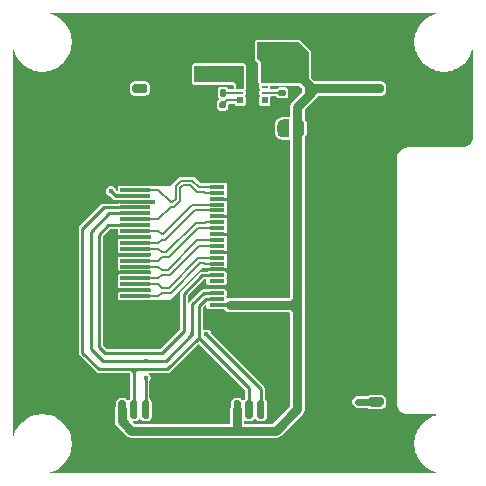
<source format=gbr>
G04 #@! TF.GenerationSoftware,KiCad,Pcbnew,8.0.4*
G04 #@! TF.CreationDate,2025-01-15T23:08:54-08:00*
G04 #@! TF.ProjectId,MIPItoHDMI_Buffered,4d495049-746f-4484-944d-495f42756666,rev?*
G04 #@! TF.SameCoordinates,Original*
G04 #@! TF.FileFunction,Copper,L1,Top*
G04 #@! TF.FilePolarity,Positive*
%FSLAX46Y46*%
G04 Gerber Fmt 4.6, Leading zero omitted, Abs format (unit mm)*
G04 Created by KiCad (PCBNEW 8.0.4) date 2025-01-15 23:08:54*
%MOMM*%
%LPD*%
G01*
G04 APERTURE LIST*
G04 #@! TA.AperFunction,SMDPad,CuDef*
%ADD10R,0.533400X0.558800*%
G04 #@! TD*
G04 #@! TA.AperFunction,SMDPad,CuDef*
%ADD11R,0.533400X0.279400*%
G04 #@! TD*
G04 #@! TA.AperFunction,SMDPad,CuDef*
%ADD12R,0.939800X2.844800*%
G04 #@! TD*
G04 #@! TA.AperFunction,SMDPad,CuDef*
%ADD13R,1.300000X0.300000*%
G04 #@! TD*
G04 #@! TA.AperFunction,SMDPad,CuDef*
%ADD14R,2.200000X1.800000*%
G04 #@! TD*
G04 #@! TA.AperFunction,SMDPad,CuDef*
%ADD15R,2.600000X0.300000*%
G04 #@! TD*
G04 #@! TA.AperFunction,ComponentPad*
%ADD16O,3.300000X1.500000*%
G04 #@! TD*
G04 #@! TA.AperFunction,ComponentPad*
%ADD17O,2.300000X1.500000*%
G04 #@! TD*
G04 #@! TA.AperFunction,ViaPad*
%ADD18C,0.450000*%
G04 #@! TD*
G04 #@! TA.AperFunction,Conductor*
%ADD19C,0.800000*%
G04 #@! TD*
G04 #@! TA.AperFunction,Conductor*
%ADD20C,0.250000*%
G04 #@! TD*
G04 #@! TA.AperFunction,Conductor*
%ADD21C,0.600000*%
G04 #@! TD*
G04 #@! TA.AperFunction,Conductor*
%ADD22C,0.300000*%
G04 #@! TD*
G04 #@! TA.AperFunction,Conductor*
%ADD23C,0.200000*%
G04 #@! TD*
G04 APERTURE END LIST*
G04 #@! TO.P,J7,1,Pin_1*
G04 #@! TO.N,GND*
G04 #@! TA.AperFunction,SMDPad,CuDef*
G36*
G01*
X10300000Y-4775000D02*
X11200000Y-4775000D01*
G75*
G02*
X11400000Y-4975000I0J-200000D01*
G01*
X11400000Y-5375000D01*
G75*
G02*
X11200000Y-5575000I-200000J0D01*
G01*
X10300000Y-5575000D01*
G75*
G02*
X10100000Y-5375000I0J200000D01*
G01*
X10100000Y-4975000D01*
G75*
G02*
X10300000Y-4775000I200000J0D01*
G01*
G37*
G04 #@! TD.AperFunction*
G04 #@! TO.P,J7,2,Pin_2*
G04 #@! TO.N,VDD*
G04 #@! TA.AperFunction,SMDPad,CuDef*
G36*
G01*
X10300000Y-6025000D02*
X11200000Y-6025000D01*
G75*
G02*
X11400000Y-6225000I0J-200000D01*
G01*
X11400000Y-6625000D01*
G75*
G02*
X11200000Y-6825000I-200000J0D01*
G01*
X10300000Y-6825000D01*
G75*
G02*
X10100000Y-6625000I0J200000D01*
G01*
X10100000Y-6225000D01*
G75*
G02*
X10300000Y-6025000I200000J0D01*
G01*
G37*
G04 #@! TD.AperFunction*
G04 #@! TO.P,J7,MP,Shield*
G04 #@! TO.N,GND*
G04 #@! TA.AperFunction,SMDPad,CuDef*
G36*
G01*
X6750001Y-1575000D02*
X9249999Y-1575000D01*
G75*
G02*
X9500000Y-1825001I0J-250001D01*
G01*
X9500000Y-3424999D01*
G75*
G02*
X9249999Y-3675000I-250001J0D01*
G01*
X6750001Y-3675000D01*
G75*
G02*
X6500000Y-3424999I0J250001D01*
G01*
X6500000Y-1825001D01*
G75*
G02*
X6750001Y-1575000I250001J0D01*
G01*
G37*
G04 #@! TD.AperFunction*
G04 #@! TA.AperFunction,SMDPad,CuDef*
G36*
G01*
X6750001Y-7925000D02*
X9249999Y-7925000D01*
G75*
G02*
X9500000Y-8175001I0J-250001D01*
G01*
X9500000Y-9774999D01*
G75*
G02*
X9249999Y-10025000I-250001J0D01*
G01*
X6750001Y-10025000D01*
G75*
G02*
X6500000Y-9774999I0J250001D01*
G01*
X6500000Y-8175001D01*
G75*
G02*
X6750001Y-7925000I250001J0D01*
G01*
G37*
G04 #@! TD.AperFunction*
G04 #@! TD*
G04 #@! TA.AperFunction,SMDPad,CuDef*
G04 #@! TO.P,JP1,1,A*
G04 #@! TO.N,VDD*
G36*
X23400000Y-10550000D02*
G01*
X22900000Y-10550000D01*
X22900000Y-10544911D01*
X22828843Y-10544911D01*
X22692292Y-10504816D01*
X22572570Y-10427875D01*
X22479373Y-10320320D01*
X22420254Y-10190866D01*
X22400000Y-10050000D01*
X22400000Y-9550000D01*
X22420254Y-9409134D01*
X22479373Y-9279680D01*
X22572570Y-9172125D01*
X22692292Y-9095184D01*
X22828843Y-9055089D01*
X22900000Y-9055089D01*
X22900000Y-9050000D01*
X23400000Y-9050000D01*
X23400000Y-10550000D01*
G37*
G04 #@! TD.AperFunction*
G04 #@! TA.AperFunction,SMDPad,CuDef*
G04 #@! TO.P,JP1,2,B*
G04 #@! TO.N,+3V3*
G36*
X24200000Y-9055089D02*
G01*
X24271157Y-9055089D01*
X24407708Y-9095184D01*
X24527430Y-9172125D01*
X24620627Y-9279680D01*
X24679746Y-9409134D01*
X24700000Y-9550000D01*
X24700000Y-10050000D01*
X24679746Y-10190866D01*
X24620627Y-10320320D01*
X24527430Y-10427875D01*
X24407708Y-10504816D01*
X24271157Y-10544911D01*
X24200000Y-10544911D01*
X24200000Y-10550000D01*
X23700000Y-10550000D01*
X23700000Y-9050000D01*
X24200000Y-9050000D01*
X24200000Y-9055089D01*
G37*
G04 #@! TD.AperFunction*
G04 #@! TD*
G04 #@! TO.P,J6,1,Pin_1*
G04 #@! TO.N,GND*
G04 #@! TA.AperFunction,SMDPad,CuDef*
G36*
G01*
X30300000Y-4775000D02*
X31200000Y-4775000D01*
G75*
G02*
X31400000Y-4975000I0J-200000D01*
G01*
X31400000Y-5375000D01*
G75*
G02*
X31200000Y-5575000I-200000J0D01*
G01*
X30300000Y-5575000D01*
G75*
G02*
X30100000Y-5375000I0J200000D01*
G01*
X30100000Y-4975000D01*
G75*
G02*
X30300000Y-4775000I200000J0D01*
G01*
G37*
G04 #@! TD.AperFunction*
G04 #@! TO.P,J6,2,Pin_2*
G04 #@! TO.N,+3V3*
G04 #@! TA.AperFunction,SMDPad,CuDef*
G36*
G01*
X30300000Y-6025000D02*
X31200000Y-6025000D01*
G75*
G02*
X31400000Y-6225000I0J-200000D01*
G01*
X31400000Y-6625000D01*
G75*
G02*
X31200000Y-6825000I-200000J0D01*
G01*
X30300000Y-6825000D01*
G75*
G02*
X30100000Y-6625000I0J200000D01*
G01*
X30100000Y-6225000D01*
G75*
G02*
X30300000Y-6025000I200000J0D01*
G01*
G37*
G04 #@! TD.AperFunction*
G04 #@! TO.P,J6,MP,Shield*
G04 #@! TO.N,GND*
G04 #@! TA.AperFunction,SMDPad,CuDef*
G36*
G01*
X26750001Y-1575000D02*
X29249999Y-1575000D01*
G75*
G02*
X29500000Y-1825001I0J-250001D01*
G01*
X29500000Y-3424999D01*
G75*
G02*
X29249999Y-3675000I-250001J0D01*
G01*
X26750001Y-3675000D01*
G75*
G02*
X26500000Y-3424999I0J250001D01*
G01*
X26500000Y-1825001D01*
G75*
G02*
X26750001Y-1575000I250001J0D01*
G01*
G37*
G04 #@! TD.AperFunction*
G04 #@! TA.AperFunction,SMDPad,CuDef*
G36*
G01*
X26750001Y-7925000D02*
X29249999Y-7925000D01*
G75*
G02*
X29500000Y-8175001I0J-250001D01*
G01*
X29500000Y-9774999D01*
G75*
G02*
X29249999Y-10025000I-250001J0D01*
G01*
X26750001Y-10025000D01*
G75*
G02*
X26500000Y-9774999I0J250001D01*
G01*
X26500000Y-8175001D01*
G75*
G02*
X26750001Y-7925000I250001J0D01*
G01*
G37*
G04 #@! TD.AperFunction*
G04 #@! TD*
G04 #@! TO.P,J4,1,Pin_1*
G04 #@! TO.N,GND*
G04 #@! TA.AperFunction,SMDPad,CuDef*
G36*
G01*
X17700000Y-34225000D02*
X17700000Y-32975000D01*
G75*
G02*
X17850000Y-32825000I150000J0D01*
G01*
X18150000Y-32825000D01*
G75*
G02*
X18300000Y-32975000I0J-150000D01*
G01*
X18300000Y-34225000D01*
G75*
G02*
X18150000Y-34375000I-150000J0D01*
G01*
X17850000Y-34375000D01*
G75*
G02*
X17700000Y-34225000I0J150000D01*
G01*
G37*
G04 #@! TD.AperFunction*
G04 #@! TO.P,J4,2,Pin_2*
G04 #@! TO.N,+3V3*
G04 #@! TA.AperFunction,SMDPad,CuDef*
G36*
G01*
X18700000Y-34225000D02*
X18700000Y-32975000D01*
G75*
G02*
X18850000Y-32825000I150000J0D01*
G01*
X19150000Y-32825000D01*
G75*
G02*
X19300000Y-32975000I0J-150000D01*
G01*
X19300000Y-34225000D01*
G75*
G02*
X19150000Y-34375000I-150000J0D01*
G01*
X18850000Y-34375000D01*
G75*
G02*
X18700000Y-34225000I0J150000D01*
G01*
G37*
G04 #@! TD.AperFunction*
G04 #@! TO.P,J4,3,Pin_3*
G04 #@! TO.N,SDA_3V3*
G04 #@! TA.AperFunction,SMDPad,CuDef*
G36*
G01*
X19700000Y-34225000D02*
X19700000Y-32975000D01*
G75*
G02*
X19850000Y-32825000I150000J0D01*
G01*
X20150000Y-32825000D01*
G75*
G02*
X20300000Y-32975000I0J-150000D01*
G01*
X20300000Y-34225000D01*
G75*
G02*
X20150000Y-34375000I-150000J0D01*
G01*
X19850000Y-34375000D01*
G75*
G02*
X19700000Y-34225000I0J150000D01*
G01*
G37*
G04 #@! TD.AperFunction*
G04 #@! TO.P,J4,4,Pin_4*
G04 #@! TO.N,SCL_3V3*
G04 #@! TA.AperFunction,SMDPad,CuDef*
G36*
G01*
X20700000Y-34225000D02*
X20700000Y-32975000D01*
G75*
G02*
X20850000Y-32825000I150000J0D01*
G01*
X21150000Y-32825000D01*
G75*
G02*
X21300000Y-32975000I0J-150000D01*
G01*
X21300000Y-34225000D01*
G75*
G02*
X21150000Y-34375000I-150000J0D01*
G01*
X20850000Y-34375000D01*
G75*
G02*
X20700000Y-34225000I0J150000D01*
G01*
G37*
G04 #@! TD.AperFunction*
G04 #@! TO.P,J4,MP,Shield*
G04 #@! TO.N,GND*
G04 #@! TA.AperFunction,SMDPad,CuDef*
G36*
G01*
X16100000Y-38125000D02*
X16100000Y-36825000D01*
G75*
G02*
X16350000Y-36575000I250000J0D01*
G01*
X17050000Y-36575000D01*
G75*
G02*
X17300000Y-36825000I0J-250000D01*
G01*
X17300000Y-38125000D01*
G75*
G02*
X17050000Y-38375000I-250000J0D01*
G01*
X16350000Y-38375000D01*
G75*
G02*
X16100000Y-38125000I0J250000D01*
G01*
G37*
G04 #@! TD.AperFunction*
G04 #@! TA.AperFunction,SMDPad,CuDef*
G36*
G01*
X21700000Y-38125000D02*
X21700000Y-36825000D01*
G75*
G02*
X21950000Y-36575000I250000J0D01*
G01*
X22650000Y-36575000D01*
G75*
G02*
X22900000Y-36825000I0J-250000D01*
G01*
X22900000Y-38125000D01*
G75*
G02*
X22650000Y-38375000I-250000J0D01*
G01*
X21950000Y-38375000D01*
G75*
G02*
X21700000Y-38125000I0J250000D01*
G01*
G37*
G04 #@! TD.AperFunction*
G04 #@! TD*
G04 #@! TO.P,J3,1,Pin_1*
G04 #@! TO.N,GND*
G04 #@! TA.AperFunction,SMDPad,CuDef*
G36*
G01*
X7950000Y-34225000D02*
X7950000Y-32975000D01*
G75*
G02*
X8100000Y-32825000I150000J0D01*
G01*
X8400000Y-32825000D01*
G75*
G02*
X8550000Y-32975000I0J-150000D01*
G01*
X8550000Y-34225000D01*
G75*
G02*
X8400000Y-34375000I-150000J0D01*
G01*
X8100000Y-34375000D01*
G75*
G02*
X7950000Y-34225000I0J150000D01*
G01*
G37*
G04 #@! TD.AperFunction*
G04 #@! TO.P,J3,2,Pin_2*
G04 #@! TO.N,+3V3*
G04 #@! TA.AperFunction,SMDPad,CuDef*
G36*
G01*
X8950000Y-34225000D02*
X8950000Y-32975000D01*
G75*
G02*
X9100000Y-32825000I150000J0D01*
G01*
X9400000Y-32825000D01*
G75*
G02*
X9550000Y-32975000I0J-150000D01*
G01*
X9550000Y-34225000D01*
G75*
G02*
X9400000Y-34375000I-150000J0D01*
G01*
X9100000Y-34375000D01*
G75*
G02*
X8950000Y-34225000I0J150000D01*
G01*
G37*
G04 #@! TD.AperFunction*
G04 #@! TO.P,J3,3,Pin_3*
G04 #@! TO.N,SDA_3V3*
G04 #@! TA.AperFunction,SMDPad,CuDef*
G36*
G01*
X9950000Y-34225000D02*
X9950000Y-32975000D01*
G75*
G02*
X10100000Y-32825000I150000J0D01*
G01*
X10400000Y-32825000D01*
G75*
G02*
X10550000Y-32975000I0J-150000D01*
G01*
X10550000Y-34225000D01*
G75*
G02*
X10400000Y-34375000I-150000J0D01*
G01*
X10100000Y-34375000D01*
G75*
G02*
X9950000Y-34225000I0J150000D01*
G01*
G37*
G04 #@! TD.AperFunction*
G04 #@! TO.P,J3,4,Pin_4*
G04 #@! TO.N,SCL_3V3*
G04 #@! TA.AperFunction,SMDPad,CuDef*
G36*
G01*
X10950000Y-34225000D02*
X10950000Y-32975000D01*
G75*
G02*
X11100000Y-32825000I150000J0D01*
G01*
X11400000Y-32825000D01*
G75*
G02*
X11550000Y-32975000I0J-150000D01*
G01*
X11550000Y-34225000D01*
G75*
G02*
X11400000Y-34375000I-150000J0D01*
G01*
X11100000Y-34375000D01*
G75*
G02*
X10950000Y-34225000I0J150000D01*
G01*
G37*
G04 #@! TD.AperFunction*
G04 #@! TO.P,J3,MP,Shield*
G04 #@! TO.N,GND*
G04 #@! TA.AperFunction,SMDPad,CuDef*
G36*
G01*
X6350000Y-38125000D02*
X6350000Y-36825000D01*
G75*
G02*
X6600000Y-36575000I250000J0D01*
G01*
X7300000Y-36575000D01*
G75*
G02*
X7550000Y-36825000I0J-250000D01*
G01*
X7550000Y-38125000D01*
G75*
G02*
X7300000Y-38375000I-250000J0D01*
G01*
X6600000Y-38375000D01*
G75*
G02*
X6350000Y-38125000I0J250000D01*
G01*
G37*
G04 #@! TD.AperFunction*
G04 #@! TA.AperFunction,SMDPad,CuDef*
G36*
G01*
X11950000Y-38125000D02*
X11950000Y-36825000D01*
G75*
G02*
X12200000Y-36575000I250000J0D01*
G01*
X12900000Y-36575000D01*
G75*
G02*
X13150000Y-36825000I0J-250000D01*
G01*
X13150000Y-38125000D01*
G75*
G02*
X12900000Y-38375000I-250000J0D01*
G01*
X12200000Y-38375000D01*
G75*
G02*
X11950000Y-38125000I0J250000D01*
G01*
G37*
G04 #@! TD.AperFunction*
G04 #@! TD*
G04 #@! TO.P,R2,1*
G04 #@! TO.N,GND*
G04 #@! TA.AperFunction,SMDPad,CuDef*
G36*
G01*
X22985000Y-8080000D02*
X22615000Y-8080000D01*
G75*
G02*
X22480000Y-7945000I0J135000D01*
G01*
X22480000Y-7675000D01*
G75*
G02*
X22615000Y-7540000I135000J0D01*
G01*
X22985000Y-7540000D01*
G75*
G02*
X23120000Y-7675000I0J-135000D01*
G01*
X23120000Y-7945000D01*
G75*
G02*
X22985000Y-8080000I-135000J0D01*
G01*
G37*
G04 #@! TD.AperFunction*
G04 #@! TO.P,R2,2*
G04 #@! TO.N,Net-(U2-FB{slash}VSET)*
G04 #@! TA.AperFunction,SMDPad,CuDef*
G36*
G01*
X22985000Y-7060000D02*
X22615000Y-7060000D01*
G75*
G02*
X22480000Y-6925000I0J135000D01*
G01*
X22480000Y-6655000D01*
G75*
G02*
X22615000Y-6520000I135000J0D01*
G01*
X22985000Y-6520000D01*
G75*
G02*
X23120000Y-6655000I0J-135000D01*
G01*
X23120000Y-6925000D01*
G75*
G02*
X22985000Y-7060000I-135000J0D01*
G01*
G37*
G04 #@! TD.AperFunction*
G04 #@! TD*
D10*
G04 #@! TO.P,U2,1,VIN*
G04 #@! TO.N,VDD*
X19245900Y-5162499D03*
D11*
G04 #@! TO.P,U2,2,VIN*
X19245900Y-5799874D03*
G04 #@! TO.P,U2,3,EN*
X19245900Y-6300000D03*
G04 #@! TO.P,U2,4,MODE/S-CONF*
G04 #@! TO.N,Net-(U2-MODE{slash}S-CONF)*
X19245900Y-6800126D03*
D10*
G04 #@! TO.P,U2,5,SS/TR*
G04 #@! TO.N,Net-(U2-SS{slash}TR)*
X19245900Y-7437501D03*
G04 #@! TO.P,U2,6,PG*
G04 #@! TO.N,unconnected-(U2-PG-Pad6)*
X21354100Y-7437501D03*
D11*
G04 #@! TO.P,U2,7,FB/VSET*
G04 #@! TO.N,Net-(U2-FB{slash}VSET)*
X21354100Y-6800126D03*
G04 #@! TO.P,U2,8,SW/NC*
G04 #@! TO.N,unconnected-(U2-SW{slash}NC-Pad8)*
X21354100Y-6300000D03*
G04 #@! TO.P,U2,9,VOUT*
G04 #@! TO.N,+3V3*
X21354100Y-5799874D03*
D10*
G04 #@! TO.P,U2,10,VOUT*
X21354100Y-5162499D03*
D12*
G04 #@! TO.P,U2,11,GND*
G04 #@! TO.N,GND*
X20300000Y-6300000D03*
G04 #@! TD*
D13*
G04 #@! TO.P,J1,1,Pin_1*
G04 #@! TO.N,+3V3*
X17250000Y-24750000D03*
G04 #@! TO.P,J1,2,Pin_2*
G04 #@! TO.N,SDA_3V3*
X17250000Y-24250000D03*
G04 #@! TO.P,J1,3,Pin_3*
G04 #@! TO.N,SCL_3V3*
X17250000Y-23750000D03*
G04 #@! TO.P,J1,4,Pin_4*
G04 #@! TO.N,GND*
X17250000Y-23250000D03*
G04 #@! TO.P,J1,5,Pin_5*
G04 #@! TO.N,unconnected-(J1-Pin_5-Pad5)*
X17250000Y-22750000D03*
G04 #@! TO.P,J1,6,Pin_6*
G04 #@! TO.N,CAM_EN*
X17250000Y-22250000D03*
G04 #@! TO.P,J1,7,Pin_7*
G04 #@! TO.N,GND*
X17250000Y-21750000D03*
G04 #@! TO.P,J1,8,Pin_8*
G04 #@! TO.N,CAM_D3_P*
X17250000Y-21250000D03*
G04 #@! TO.P,J1,9,Pin_9*
G04 #@! TO.N,CAM_D3_N*
X17250000Y-20750000D03*
G04 #@! TO.P,J1,10,Pin_10*
G04 #@! TO.N,GND*
X17250000Y-20250000D03*
G04 #@! TO.P,J1,11,Pin_11*
G04 #@! TO.N,CAM_D2_P*
X17250000Y-19750000D03*
G04 #@! TO.P,J1,12,Pin_12*
G04 #@! TO.N,CAM_D2_N*
X17250000Y-19250000D03*
G04 #@! TO.P,J1,13,Pin_13*
G04 #@! TO.N,GND*
X17250000Y-18750000D03*
G04 #@! TO.P,J1,14,Pin_14*
G04 #@! TO.N,CAM_CLK_P*
X17250000Y-18250000D03*
G04 #@! TO.P,J1,15,Pin_15*
G04 #@! TO.N,CAM_CLK_N*
X17250000Y-17750000D03*
G04 #@! TO.P,J1,16,Pin_16*
G04 #@! TO.N,GND*
X17250000Y-17250000D03*
G04 #@! TO.P,J1,17,Pin_17*
G04 #@! TO.N,CAM_D1_P*
X17250000Y-16750000D03*
G04 #@! TO.P,J1,18,Pin_18*
G04 #@! TO.N,CAM_D1_N*
X17250000Y-16250000D03*
G04 #@! TO.P,J1,19,Pin_19*
G04 #@! TO.N,GND*
X17250000Y-15750000D03*
G04 #@! TO.P,J1,20,Pin_20*
G04 #@! TO.N,CAM_D0_P*
X17250000Y-15250000D03*
G04 #@! TO.P,J1,21,Pin_21*
G04 #@! TO.N,CAM_D0_N*
X17250000Y-14750000D03*
G04 #@! TO.P,J1,22,Pin_22*
G04 #@! TO.N,GND*
X17250000Y-14250000D03*
D14*
G04 #@! TO.P,J1,MP,Shield*
X20500000Y-26650000D03*
X20500000Y-12350000D03*
G04 #@! TD*
G04 #@! TO.P,R1,1*
G04 #@! TO.N,GND*
G04 #@! TA.AperFunction,SMDPad,CuDef*
G36*
G01*
X16520000Y-6985000D02*
X16520000Y-6615000D01*
G75*
G02*
X16655000Y-6480000I135000J0D01*
G01*
X16925000Y-6480000D01*
G75*
G02*
X17060000Y-6615000I0J-135000D01*
G01*
X17060000Y-6985000D01*
G75*
G02*
X16925000Y-7120000I-135000J0D01*
G01*
X16655000Y-7120000D01*
G75*
G02*
X16520000Y-6985000I0J135000D01*
G01*
G37*
G04 #@! TD.AperFunction*
G04 #@! TO.P,R1,2*
G04 #@! TO.N,Net-(U2-MODE{slash}S-CONF)*
G04 #@! TA.AperFunction,SMDPad,CuDef*
G36*
G01*
X17540000Y-6985000D02*
X17540000Y-6615000D01*
G75*
G02*
X17675000Y-6480000I135000J0D01*
G01*
X17945000Y-6480000D01*
G75*
G02*
X18080000Y-6615000I0J-135000D01*
G01*
X18080000Y-6985000D01*
G75*
G02*
X17945000Y-7120000I-135000J0D01*
G01*
X17675000Y-7120000D01*
G75*
G02*
X17540000Y-6985000I0J135000D01*
G01*
G37*
G04 #@! TD.AperFunction*
G04 #@! TD*
G04 #@! TO.P,J5,MP,Shield*
G04 #@! TO.N,GND*
G04 #@! TA.AperFunction,SMDPad,CuDef*
G36*
G01*
X26750001Y-34450000D02*
X29249999Y-34450000D01*
G75*
G02*
X29500000Y-34700001I0J-250001D01*
G01*
X29500000Y-36299999D01*
G75*
G02*
X29249999Y-36550000I-250001J0D01*
G01*
X26750001Y-36550000D01*
G75*
G02*
X26500000Y-36299999I0J250001D01*
G01*
X26500000Y-34700001D01*
G75*
G02*
X26750001Y-34450000I250001J0D01*
G01*
G37*
G04 #@! TD.AperFunction*
G04 #@! TA.AperFunction,SMDPad,CuDef*
G36*
G01*
X26750001Y-28100000D02*
X29249999Y-28100000D01*
G75*
G02*
X29500000Y-28350001I0J-250001D01*
G01*
X29500000Y-29949999D01*
G75*
G02*
X29249999Y-30200000I-250001J0D01*
G01*
X26750001Y-30200000D01*
G75*
G02*
X26500000Y-29949999I0J250001D01*
G01*
X26500000Y-28350001D01*
G75*
G02*
X26750001Y-28100000I250001J0D01*
G01*
G37*
G04 #@! TD.AperFunction*
G04 #@! TO.P,J5,2,Pin_2*
G04 #@! TO.N,VDD*
G04 #@! TA.AperFunction,SMDPad,CuDef*
G36*
G01*
X30300000Y-32550000D02*
X31200000Y-32550000D01*
G75*
G02*
X31400000Y-32750000I0J-200000D01*
G01*
X31400000Y-33150000D01*
G75*
G02*
X31200000Y-33350000I-200000J0D01*
G01*
X30300000Y-33350000D01*
G75*
G02*
X30100000Y-33150000I0J200000D01*
G01*
X30100000Y-32750000D01*
G75*
G02*
X30300000Y-32550000I200000J0D01*
G01*
G37*
G04 #@! TD.AperFunction*
G04 #@! TO.P,J5,1,Pin_1*
G04 #@! TO.N,GND*
G04 #@! TA.AperFunction,SMDPad,CuDef*
G36*
G01*
X30300000Y-31300000D02*
X31200000Y-31300000D01*
G75*
G02*
X31400000Y-31500000I0J-200000D01*
G01*
X31400000Y-31900000D01*
G75*
G02*
X31200000Y-32100000I-200000J0D01*
G01*
X30300000Y-32100000D01*
G75*
G02*
X30100000Y-31900000I0J200000D01*
G01*
X30100000Y-31500000D01*
G75*
G02*
X30300000Y-31300000I200000J0D01*
G01*
G37*
G04 #@! TD.AperFunction*
G04 #@! TD*
G04 #@! TO.P,C2,1*
G04 #@! TO.N,+3V3*
G04 #@! TA.AperFunction,SMDPad,CuDef*
G36*
G01*
X21850000Y-2825000D02*
X21850000Y-3775000D01*
G75*
G02*
X21600000Y-4025000I-250000J0D01*
G01*
X21100000Y-4025000D01*
G75*
G02*
X20850000Y-3775000I0J250000D01*
G01*
X20850000Y-2825000D01*
G75*
G02*
X21100000Y-2575000I250000J0D01*
G01*
X21600000Y-2575000D01*
G75*
G02*
X21850000Y-2825000I0J-250000D01*
G01*
G37*
G04 #@! TD.AperFunction*
G04 #@! TO.P,C2,2*
G04 #@! TO.N,GND*
G04 #@! TA.AperFunction,SMDPad,CuDef*
G36*
G01*
X19950000Y-2825000D02*
X19950000Y-3775000D01*
G75*
G02*
X19700000Y-4025000I-250000J0D01*
G01*
X19200000Y-4025000D01*
G75*
G02*
X18950000Y-3775000I0J250000D01*
G01*
X18950000Y-2825000D01*
G75*
G02*
X19200000Y-2575000I250000J0D01*
G01*
X19700000Y-2575000D01*
G75*
G02*
X19950000Y-2825000I0J-250000D01*
G01*
G37*
G04 #@! TD.AperFunction*
G04 #@! TD*
G04 #@! TO.P,C3,1*
G04 #@! TO.N,Net-(U2-SS{slash}TR)*
G04 #@! TA.AperFunction,SMDPad,CuDef*
G36*
G01*
X18060000Y-7630000D02*
X18060000Y-7970000D01*
G75*
G02*
X17920000Y-8110000I-140000J0D01*
G01*
X17640000Y-8110000D01*
G75*
G02*
X17500000Y-7970000I0J140000D01*
G01*
X17500000Y-7630000D01*
G75*
G02*
X17640000Y-7490000I140000J0D01*
G01*
X17920000Y-7490000D01*
G75*
G02*
X18060000Y-7630000I0J-140000D01*
G01*
G37*
G04 #@! TD.AperFunction*
G04 #@! TO.P,C3,2*
G04 #@! TO.N,GND*
G04 #@! TA.AperFunction,SMDPad,CuDef*
G36*
G01*
X17100000Y-7630000D02*
X17100000Y-7970000D01*
G75*
G02*
X16960000Y-8110000I-140000J0D01*
G01*
X16680000Y-8110000D01*
G75*
G02*
X16540000Y-7970000I0J140000D01*
G01*
X16540000Y-7630000D01*
G75*
G02*
X16680000Y-7490000I140000J0D01*
G01*
X16960000Y-7490000D01*
G75*
G02*
X17100000Y-7630000I0J-140000D01*
G01*
G37*
G04 #@! TD.AperFunction*
G04 #@! TD*
G04 #@! TO.P,C1,1*
G04 #@! TO.N,GND*
G04 #@! TA.AperFunction,SMDPad,CuDef*
G36*
G01*
X16925000Y-2600000D02*
X17875000Y-2600000D01*
G75*
G02*
X18125000Y-2850000I0J-250000D01*
G01*
X18125000Y-3350000D01*
G75*
G02*
X17875000Y-3600000I-250000J0D01*
G01*
X16925000Y-3600000D01*
G75*
G02*
X16675000Y-3350000I0J250000D01*
G01*
X16675000Y-2850000D01*
G75*
G02*
X16925000Y-2600000I250000J0D01*
G01*
G37*
G04 #@! TD.AperFunction*
G04 #@! TO.P,C1,2*
G04 #@! TO.N,VDD*
G04 #@! TA.AperFunction,SMDPad,CuDef*
G36*
G01*
X16925000Y-4500000D02*
X17875000Y-4500000D01*
G75*
G02*
X18125000Y-4750000I0J-250000D01*
G01*
X18125000Y-5250000D01*
G75*
G02*
X17875000Y-5500000I-250000J0D01*
G01*
X16925000Y-5500000D01*
G75*
G02*
X16675000Y-5250000I0J250000D01*
G01*
X16675000Y-4750000D01*
G75*
G02*
X16925000Y-4500000I250000J0D01*
G01*
G37*
G04 #@! TD.AperFunction*
G04 #@! TD*
D15*
G04 #@! TO.P,J2,1,D2+*
G04 #@! TO.N,CAM_D3_P*
X10385000Y-24000000D03*
G04 #@! TO.P,J2,2,D2S*
G04 #@! TO.N,GND*
X10385000Y-23500000D03*
G04 #@! TO.P,J2,3,D2-*
G04 #@! TO.N,CAM_D3_N*
X10385000Y-23000000D03*
G04 #@! TO.P,J2,4,D1+*
G04 #@! TO.N,CAM_D2_P*
X10385000Y-22500000D03*
G04 #@! TO.P,J2,5,D1S*
G04 #@! TO.N,GND*
X10385000Y-22000000D03*
G04 #@! TO.P,J2,6,D1-*
G04 #@! TO.N,CAM_D2_N*
X10385000Y-21500000D03*
G04 #@! TO.P,J2,7,D0+*
G04 #@! TO.N,CAM_CLK_P*
X10385000Y-21000000D03*
G04 #@! TO.P,J2,8,D0S*
G04 #@! TO.N,GND*
X10385000Y-20500000D03*
G04 #@! TO.P,J2,9,D0-*
G04 #@! TO.N,CAM_CLK_N*
X10385000Y-20000000D03*
G04 #@! TO.P,J2,10,CK+*
G04 #@! TO.N,CAM_D1_P*
X10385000Y-19500000D03*
G04 #@! TO.P,J2,11,CKS*
G04 #@! TO.N,GND*
X10385000Y-19000000D03*
G04 #@! TO.P,J2,12,CK-*
G04 #@! TO.N,CAM_D1_N*
X10385000Y-18500000D03*
G04 #@! TO.P,J2,13,CEC*
G04 #@! TO.N,CAM_EN*
X10385000Y-18000000D03*
G04 #@! TO.P,J2,14,UTILITY/HEAC+*
G04 #@! TO.N,CAM_D0_P*
X10385000Y-17500000D03*
G04 #@! TO.P,J2,15,SCL*
G04 #@! TO.N,SCL_3V3*
X10385000Y-17000000D03*
G04 #@! TO.P,J2,16,SDA*
G04 #@! TO.N,SDA_3V3*
X10385000Y-16500000D03*
G04 #@! TO.P,J2,17,GND*
G04 #@! TO.N,GND*
X10385000Y-16000000D03*
G04 #@! TO.P,J2,18,+5V*
G04 #@! TO.N,VDD*
X10385000Y-15500000D03*
G04 #@! TO.P,J2,19,HPD/HEAC-*
G04 #@! TO.N,CAM_D0_N*
X10385000Y-15000000D03*
D16*
G04 #@! TO.P,J2,SH,SH*
G04 #@! TO.N,GND*
X9625000Y-26750000D03*
X9625000Y-12250000D03*
D17*
X3665000Y-26750000D03*
X3665000Y-12250000D03*
G04 #@! TD*
D18*
G04 #@! TO.N,GND*
X22200000Y-12350000D03*
X18900000Y-12350000D03*
G04 #@! TO.N,VDD*
X10750000Y-6425000D03*
G04 #@! TO.N,GND*
X21400000Y-8200000D03*
X19250000Y-8200000D03*
X29600000Y-31700000D03*
X30800000Y-30850000D03*
G04 #@! TO.N,VDD*
X29250000Y-32950000D03*
X22900000Y-9800000D03*
X8300000Y-15100000D03*
X15650000Y-5550000D03*
X15650000Y-4800000D03*
X16350000Y-5550000D03*
X16350000Y-4800000D03*
G04 #@! TO.N,GND*
X30700000Y-4400000D03*
X8250000Y-32500000D03*
X16200000Y-7800000D03*
X18350000Y-18750000D03*
X20300000Y-4450000D03*
X20300000Y-6300000D03*
X11900000Y-16000000D03*
X8615000Y-20500000D03*
X10400000Y-4200000D03*
X11250000Y-4200000D03*
X8200000Y-15900000D03*
X19750000Y-2000000D03*
X18350000Y-21750000D03*
X8615000Y-23500000D03*
X18350000Y-15750000D03*
X18500000Y-2750000D03*
X21800000Y-32400000D03*
X21100000Y-30500000D03*
X31900000Y-5200000D03*
X18350000Y-20250000D03*
X12100000Y-31000000D03*
X18350000Y-23250000D03*
X17850000Y-2100000D03*
X18850000Y-2000000D03*
X16300000Y-2800000D03*
X22000000Y-26700000D03*
X20300000Y-8200000D03*
X16400000Y-26600000D03*
X19000000Y-26700000D03*
X17300000Y-33600000D03*
X13800000Y-26750000D03*
X16100000Y-23100000D03*
X18500000Y-3950000D03*
X17950000Y-32450000D03*
X22800000Y-8450000D03*
X16200000Y-6800000D03*
X16950000Y-2100000D03*
X8615000Y-19000000D03*
X29600000Y-5200000D03*
X18350000Y-17250000D03*
X18350000Y-14250000D03*
X16300000Y-3900000D03*
X8615000Y-22000000D03*
X7600000Y-33600000D03*
G04 #@! TO.N,SCL_3V3*
X16400000Y-27250000D03*
X15200000Y-27250000D03*
X11250000Y-29500000D03*
X11250000Y-30900000D03*
G04 #@! TD*
D19*
G04 #@! TO.N,+3V3*
X24100000Y-7950000D02*
X24100000Y-9700000D01*
X24100000Y-9700000D02*
X24200000Y-9800000D01*
X25050000Y-7000000D02*
X24100000Y-7950000D01*
X24100000Y-9900000D02*
X24100000Y-23150000D01*
X24200000Y-9800000D02*
X24100000Y-9900000D01*
X25325000Y-6425000D02*
X26050000Y-6425000D01*
X26050000Y-6425000D02*
X25625000Y-6425000D01*
X30775000Y-6425000D02*
X26050000Y-6425000D01*
X24625000Y-5725000D02*
X24150000Y-5250000D01*
X24625000Y-5725000D02*
X25325000Y-6425000D01*
X25050000Y-6150000D02*
X24625000Y-5725000D01*
X25050000Y-7000000D02*
X25050000Y-6150000D01*
X25625000Y-6425000D02*
X25050000Y-7000000D01*
D20*
G04 #@! TO.N,SCL_3V3*
X21000000Y-31850000D02*
X16400000Y-27250000D01*
X21000000Y-33600000D02*
X21000000Y-31850000D01*
D21*
G04 #@! TO.N,VDD*
X29250000Y-32950000D02*
X30750000Y-32950000D01*
D19*
G04 #@! TO.N,+3V3*
X24100000Y-27800000D02*
X24100000Y-33600000D01*
X24100000Y-23150000D02*
X24100000Y-24300000D01*
X24100000Y-23150000D02*
X24100000Y-27800000D01*
X24100000Y-25200000D02*
X24100000Y-27800000D01*
X24100000Y-24300000D02*
X23650000Y-24750000D01*
X23650000Y-24750000D02*
X24100000Y-25200000D01*
X18400000Y-24750000D02*
X23650000Y-24750000D01*
X24100000Y-33600000D02*
X22300000Y-35400000D01*
X22300000Y-35400000D02*
X19000000Y-35400000D01*
D22*
G04 #@! TO.N,VDD*
X8700000Y-15500000D02*
X10385000Y-15500000D01*
X8300000Y-15100000D02*
X8700000Y-15500000D01*
D23*
G04 #@! TO.N,CAM_D1_N*
X12610001Y-18775000D02*
X12706800Y-18775000D01*
X16274999Y-16250000D02*
X17250000Y-16250000D01*
X16249999Y-16275000D02*
X16274999Y-16250000D01*
X12706800Y-18775000D02*
X15206800Y-16275000D01*
X12335001Y-18500000D02*
X12610001Y-18775000D01*
X15206800Y-16275000D02*
X16249999Y-16275000D01*
X10385000Y-18500000D02*
X12335001Y-18500000D01*
D20*
G04 #@! TO.N,GND*
X10385000Y-19000000D02*
X8615000Y-19000000D01*
X10385000Y-23500000D02*
X8615000Y-23500000D01*
X18350000Y-18750000D02*
X17250000Y-18750000D01*
X17250000Y-21750000D02*
X18350000Y-21750000D01*
X17250000Y-14250000D02*
X18350000Y-14250000D01*
X18350000Y-20250000D02*
X17250000Y-20250000D01*
X17250000Y-23250000D02*
X18350000Y-23250000D01*
X10385000Y-22000000D02*
X8615000Y-22000000D01*
X10385000Y-16000000D02*
X11900000Y-16000000D01*
X18350000Y-17250000D02*
X17250000Y-17250000D01*
X18350000Y-15750000D02*
X17250000Y-15750000D01*
X10385000Y-20500000D02*
X8615000Y-20500000D01*
D23*
G04 #@! TO.N,CAM_D3_N*
X13206800Y-23275000D02*
X15706800Y-20775000D01*
X12610001Y-23275000D02*
X13206800Y-23275000D01*
X12335001Y-23000000D02*
X12610001Y-23275000D01*
X16249999Y-20775000D02*
X16274999Y-20750000D01*
X15706800Y-20775000D02*
X16249999Y-20775000D01*
X16274999Y-20750000D02*
X17250000Y-20750000D01*
X10385000Y-23000000D02*
X12335001Y-23000000D01*
D20*
G04 #@! TO.N,SDA_3V3*
X15750000Y-24850000D02*
X16350000Y-24250000D01*
X7300000Y-30200000D02*
X9300000Y-30200000D01*
X15750000Y-27550000D02*
X15750000Y-24850000D01*
X5900000Y-28800000D02*
X7300000Y-30200000D01*
X5900000Y-18300000D02*
X5900000Y-28800000D01*
X10050000Y-30200000D02*
X10450000Y-30200000D01*
X10450000Y-30200000D02*
X13100000Y-30200000D01*
X9700000Y-30200000D02*
X10050000Y-30200000D01*
X10250000Y-30400000D02*
X10450000Y-30200000D01*
X10385000Y-16500000D02*
X7700000Y-16500000D01*
X20000000Y-31800000D02*
X15750000Y-27550000D01*
X7700000Y-16500000D02*
X5900000Y-18300000D01*
X20000000Y-33600000D02*
X20000000Y-31800000D01*
X9300000Y-30200000D02*
X9700000Y-30200000D01*
X16350000Y-24250000D02*
X17250000Y-24250000D01*
X10250000Y-33600000D02*
X10250000Y-30400000D01*
X13100000Y-30200000D02*
X15750000Y-27550000D01*
X10250000Y-30400000D02*
X10050000Y-30200000D01*
D23*
G04 #@! TO.N,CAM_D3_P*
X12335001Y-24000000D02*
X12610001Y-23725000D01*
X16274999Y-21250000D02*
X17250000Y-21250000D01*
X12610001Y-23725000D02*
X13393200Y-23725000D01*
X15893200Y-21225000D02*
X16249999Y-21225000D01*
X16249999Y-21225000D02*
X16274999Y-21250000D01*
X13393200Y-23725000D02*
X15893200Y-21225000D01*
X10385000Y-24000000D02*
X12335001Y-24000000D01*
G04 #@! TO.N,CAM_D0_N*
X10385000Y-15000000D02*
X12335001Y-15000000D01*
X14242726Y-14218375D02*
X15201219Y-14218375D01*
X12335001Y-15000000D02*
X13385001Y-16050000D01*
X16274999Y-14750000D02*
X17250000Y-14750000D01*
X13800000Y-14661101D02*
X14242726Y-14218375D01*
X15201219Y-14218375D02*
X15782844Y-14800000D01*
X13385001Y-16050000D02*
X13517591Y-16050000D01*
X16224999Y-14800000D02*
X16274999Y-14750000D01*
X13517591Y-16050000D02*
X13800000Y-15767591D01*
X15782844Y-14800000D02*
X16224999Y-14800000D01*
X13800000Y-15767591D02*
X13800000Y-14661101D01*
D20*
G04 #@! TO.N,SCL_3V3*
X16150000Y-23750000D02*
X17250000Y-23750000D01*
X15200000Y-27250000D02*
X15200000Y-24700000D01*
X6600000Y-18550000D02*
X8150000Y-17000000D01*
X11250000Y-33600000D02*
X11250000Y-30900000D01*
X15200000Y-27250000D02*
X12950000Y-29500000D01*
X12950000Y-29500000D02*
X11250000Y-29500000D01*
X7600000Y-29500000D02*
X6600000Y-28500000D01*
X6600000Y-28500000D02*
X6600000Y-18550000D01*
X11250000Y-29500000D02*
X7600000Y-29500000D01*
X15200000Y-24700000D02*
X16150000Y-23750000D01*
X8150000Y-17000000D02*
X10385000Y-17000000D01*
D19*
G04 #@! TO.N,+3V3*
X19000000Y-33600000D02*
X19000000Y-35400000D01*
X10050000Y-35400000D02*
X9250000Y-34600000D01*
D22*
X17250000Y-24750000D02*
X18400000Y-24750000D01*
D19*
X19000000Y-35400000D02*
X10050000Y-35400000D01*
X9250000Y-34600000D02*
X9250000Y-33600000D01*
D23*
G04 #@! TO.N,CAM_D2_P*
X16274999Y-19750000D02*
X17250000Y-19750000D01*
X10385000Y-22500000D02*
X12335001Y-22500000D01*
X13293200Y-22225000D02*
X15793200Y-19725000D01*
X15793200Y-19725000D02*
X16249999Y-19725000D01*
X12610001Y-22225000D02*
X13293200Y-22225000D01*
X12335001Y-22500000D02*
X12610001Y-22225000D01*
X16249999Y-19725000D02*
X16274999Y-19750000D01*
D20*
G04 #@! TO.N,CAM_EN*
X7800000Y-28800000D02*
X7300000Y-28300000D01*
X7300000Y-18800000D02*
X8100000Y-18000000D01*
X7300000Y-28300000D02*
X7300000Y-18800000D01*
X16050000Y-22250000D02*
X14500000Y-23800000D01*
X14500000Y-23800000D02*
X14500000Y-26950000D01*
X8100000Y-18000000D02*
X10385000Y-18000000D01*
X17250000Y-22250000D02*
X16050000Y-22250000D01*
X12650000Y-28800000D02*
X7800000Y-28800000D01*
X14500000Y-26950000D02*
X12650000Y-28800000D01*
D23*
G04 #@! TO.N,CAM_D2_N*
X16249999Y-19275000D02*
X16274999Y-19250000D01*
X15606800Y-19275000D02*
X16249999Y-19275000D01*
X12335001Y-21500000D02*
X12610001Y-21775000D01*
X10385000Y-21500000D02*
X12335001Y-21500000D01*
X12610001Y-21775000D02*
X13106800Y-21775000D01*
X16274999Y-19250000D02*
X17250000Y-19250000D01*
X13106800Y-21775000D02*
X15606800Y-19275000D01*
G04 #@! TO.N,CAM_CLK_P*
X13193200Y-20725000D02*
X15693200Y-18225000D01*
X12335001Y-21000000D02*
X12610001Y-20725000D01*
X16274999Y-18250000D02*
X17250000Y-18250000D01*
X12610001Y-20725000D02*
X13193200Y-20725000D01*
X10385000Y-21000000D02*
X12335001Y-21000000D01*
X15693200Y-18225000D02*
X16249999Y-18225000D01*
X16249999Y-18225000D02*
X16274999Y-18250000D01*
G04 #@! TO.N,CAM_D1_P*
X16274999Y-16750000D02*
X17250000Y-16750000D01*
X12893200Y-19225000D02*
X15393200Y-16725000D01*
X12610001Y-19225000D02*
X12893200Y-19225000D01*
X10385000Y-19500000D02*
X12335001Y-19500000D01*
X15393200Y-16725000D02*
X16249999Y-16725000D01*
X12335001Y-19500000D02*
X12610001Y-19225000D01*
X16249999Y-16725000D02*
X16274999Y-16750000D01*
G04 #@! TO.N,CAM_CLK_N*
X16249999Y-17775000D02*
X16274999Y-17750000D01*
X12335001Y-20000000D02*
X12610001Y-20275000D01*
X12610001Y-20275000D02*
X13006800Y-20275000D01*
X15506800Y-17775000D02*
X16249999Y-17775000D01*
X10385000Y-20000000D02*
X12335001Y-20000000D01*
X16274999Y-17750000D02*
X17250000Y-17750000D01*
X13006800Y-20275000D02*
X15506800Y-17775000D01*
G04 #@! TO.N,CAM_D0_P*
X13683279Y-16450000D02*
X14200000Y-15933279D01*
X15035531Y-14618375D02*
X15617156Y-15200000D01*
X14200000Y-15933279D02*
X14200000Y-14826789D01*
X14200000Y-14826789D02*
X14408414Y-14618375D01*
X14408414Y-14618375D02*
X15035531Y-14618375D01*
X15617156Y-15200000D02*
X16224999Y-15200000D01*
X13385001Y-16450000D02*
X13683279Y-16450000D01*
X16274999Y-15250000D02*
X17250000Y-15250000D01*
X12335001Y-17500000D02*
X13385001Y-16450000D01*
X10385000Y-17500000D02*
X12335001Y-17500000D01*
X16224999Y-15200000D02*
X16274999Y-15250000D01*
G04 #@! TO.N,Net-(U2-SS{slash}TR)*
X19245900Y-7437501D02*
X18142499Y-7437501D01*
X18142499Y-7437501D02*
X17780000Y-7800000D01*
G04 #@! TO.N,Net-(U2-MODE{slash}S-CONF)*
X19245900Y-6800126D02*
X17810126Y-6800126D01*
X17810126Y-6800126D02*
X17810000Y-6800000D01*
G04 #@! TO.N,Net-(U2-FB{slash}VSET)*
X22789874Y-6800126D02*
X22800000Y-6790000D01*
X21354100Y-6800126D02*
X22789874Y-6800126D01*
G04 #@! TD*
G04 #@! TA.AperFunction,Conductor*
G04 #@! TO.N,+3V3*
G36*
X24214352Y-2514352D02*
G01*
X25035648Y-3335648D01*
X25050000Y-3370296D01*
X25050000Y-5951000D01*
X25035648Y-5985648D01*
X25001000Y-6000000D01*
X21756648Y-6000000D01*
X21729425Y-5991742D01*
X21720305Y-5985648D01*
X21699031Y-5971433D01*
X21640548Y-5959800D01*
X21067652Y-5959800D01*
X21058558Y-5961609D01*
X21021776Y-5954291D01*
X21000941Y-5923108D01*
X21000000Y-5913550D01*
X21000000Y-4200000D01*
X20714352Y-3914352D01*
X20700000Y-3879704D01*
X20700000Y-2549000D01*
X20714352Y-2514352D01*
X20749000Y-2500000D01*
X24179704Y-2500000D01*
X24214352Y-2514352D01*
G37*
G04 #@! TD.AperFunction*
G04 #@! TD*
G04 #@! TA.AperFunction,Conductor*
G04 #@! TO.N,VDD*
G36*
X19535648Y-4514352D02*
G01*
X19550000Y-4549000D01*
X19550000Y-6410926D01*
X19535648Y-6445574D01*
X19501000Y-6459926D01*
X18959448Y-6459926D01*
X18958556Y-6460104D01*
X18958254Y-6460044D01*
X18957058Y-6460162D01*
X18957022Y-6459798D01*
X18921774Y-6452785D01*
X18900941Y-6421601D01*
X18900000Y-6412045D01*
X18900000Y-6100000D01*
X18700000Y-5900000D01*
X15399000Y-5900000D01*
X15364352Y-5885648D01*
X15350000Y-5851000D01*
X15350000Y-4549000D01*
X15364352Y-4514352D01*
X15399000Y-4500000D01*
X19501000Y-4500000D01*
X19535648Y-4514352D01*
G37*
G04 #@! TD.AperFunction*
G04 #@! TD*
G04 #@! TA.AperFunction,Conductor*
G04 #@! TO.N,GND*
G36*
X15784648Y-28044974D02*
G01*
X19660148Y-31920474D01*
X19674500Y-31955122D01*
X19674500Y-32640067D01*
X19660148Y-32674715D01*
X19647024Y-32684087D01*
X19643519Y-32685800D01*
X19643515Y-32685803D01*
X19560803Y-32768515D01*
X19560801Y-32768519D01*
X19544021Y-32802843D01*
X19515910Y-32827667D01*
X19478479Y-32825343D01*
X19455979Y-32802843D01*
X19453591Y-32797960D01*
X19439198Y-32768517D01*
X19356483Y-32685802D01*
X19303938Y-32660114D01*
X19251396Y-32634428D01*
X19251394Y-32634427D01*
X19183262Y-32624500D01*
X19183260Y-32624500D01*
X18816740Y-32624500D01*
X18816738Y-32624500D01*
X18748605Y-32634427D01*
X18748603Y-32634428D01*
X18643519Y-32685801D01*
X18643515Y-32685803D01*
X18560803Y-32768515D01*
X18560801Y-32768519D01*
X18509428Y-32873603D01*
X18509427Y-32873605D01*
X18499500Y-32941738D01*
X18499500Y-33252761D01*
X18492935Y-33277261D01*
X18440424Y-33368214D01*
X18440421Y-33368220D01*
X18399500Y-33520939D01*
X18399500Y-34750500D01*
X18385148Y-34785148D01*
X18350500Y-34799500D01*
X10319031Y-34799500D01*
X10284383Y-34785148D01*
X10158383Y-34659148D01*
X10144031Y-34624500D01*
X10158383Y-34589852D01*
X10193031Y-34575500D01*
X10433262Y-34575500D01*
X10450590Y-34572974D01*
X10501393Y-34565573D01*
X10606483Y-34514198D01*
X10689198Y-34431483D01*
X10705979Y-34397157D01*
X10734089Y-34372332D01*
X10771520Y-34374656D01*
X10794021Y-34397157D01*
X10810799Y-34431478D01*
X10810801Y-34431481D01*
X10810802Y-34431483D01*
X10893517Y-34514198D01*
X10998607Y-34565573D01*
X11046884Y-34572606D01*
X11066738Y-34575500D01*
X11066740Y-34575500D01*
X11433262Y-34575500D01*
X11450590Y-34572974D01*
X11501393Y-34565573D01*
X11606483Y-34514198D01*
X11689198Y-34431483D01*
X11740573Y-34326393D01*
X11750500Y-34258260D01*
X11750500Y-32941740D01*
X11740573Y-32873607D01*
X11689198Y-32768517D01*
X11606483Y-32685802D01*
X11606482Y-32685801D01*
X11606480Y-32685800D01*
X11602976Y-32684087D01*
X11578154Y-32655974D01*
X11575500Y-32640067D01*
X11575500Y-31196544D01*
X11589852Y-31161896D01*
X11598528Y-31153220D01*
X11659719Y-31033126D01*
X11680804Y-30900000D01*
X11659719Y-30766874D01*
X11639322Y-30726842D01*
X11598532Y-30646786D01*
X11598527Y-30646779D01*
X11560896Y-30609148D01*
X11546544Y-30574500D01*
X11560896Y-30539852D01*
X11595544Y-30525500D01*
X13142856Y-30525500D01*
X13142856Y-30525499D01*
X13225639Y-30503318D01*
X13299862Y-30460465D01*
X15715352Y-28044973D01*
X15750000Y-28030622D01*
X15784648Y-28044974D01*
G37*
G04 #@! TD.AperFunction*
G04 #@! TA.AperFunction,Conductor*
G36*
X16385148Y-24744475D02*
G01*
X16399500Y-24779123D01*
X16399500Y-24919748D01*
X16411133Y-24978231D01*
X16428882Y-25004795D01*
X16455447Y-25044552D01*
X16482012Y-25062301D01*
X16521769Y-25088867D01*
X16580252Y-25100500D01*
X17203856Y-25100500D01*
X17881339Y-25100500D01*
X17915987Y-25114852D01*
X17918628Y-25117864D01*
X17919480Y-25118716D01*
X18031284Y-25230520D01*
X18031287Y-25230521D01*
X18031290Y-25230524D01*
X18168213Y-25309576D01*
X18168215Y-25309576D01*
X18168216Y-25309577D01*
X18288665Y-25341851D01*
X18320939Y-25350499D01*
X18320940Y-25350500D01*
X18320943Y-25350500D01*
X23380969Y-25350500D01*
X23415617Y-25364852D01*
X23485148Y-25434383D01*
X23499500Y-25469031D01*
X23499500Y-33330969D01*
X23485148Y-33365617D01*
X22065617Y-34785148D01*
X22030969Y-34799500D01*
X19649500Y-34799500D01*
X19614852Y-34785148D01*
X19600500Y-34750500D01*
X19600500Y-34571664D01*
X19614852Y-34537016D01*
X19649500Y-34522664D01*
X19671017Y-34527642D01*
X19748607Y-34565573D01*
X19796884Y-34572606D01*
X19816738Y-34575500D01*
X19816740Y-34575500D01*
X20183262Y-34575500D01*
X20200590Y-34572974D01*
X20251393Y-34565573D01*
X20356483Y-34514198D01*
X20439198Y-34431483D01*
X20455979Y-34397157D01*
X20484089Y-34372332D01*
X20521520Y-34374656D01*
X20544021Y-34397157D01*
X20560799Y-34431478D01*
X20560801Y-34431481D01*
X20560802Y-34431483D01*
X20643517Y-34514198D01*
X20748607Y-34565573D01*
X20796884Y-34572606D01*
X20816738Y-34575500D01*
X20816740Y-34575500D01*
X21183262Y-34575500D01*
X21200590Y-34572974D01*
X21251393Y-34565573D01*
X21356483Y-34514198D01*
X21439198Y-34431483D01*
X21490573Y-34326393D01*
X21500500Y-34258260D01*
X21500500Y-32941740D01*
X21490573Y-32873607D01*
X21439198Y-32768517D01*
X21356483Y-32685802D01*
X21356482Y-32685801D01*
X21356480Y-32685800D01*
X21352976Y-32684087D01*
X21328154Y-32655974D01*
X21325500Y-32640067D01*
X21325500Y-31807144D01*
X21325499Y-31807143D01*
X21312103Y-31757147D01*
X21303318Y-31724362D01*
X21303317Y-31724361D01*
X21303317Y-31724359D01*
X21260464Y-31650137D01*
X16836506Y-27226179D01*
X16822757Y-27199196D01*
X16809719Y-27116874D01*
X16788709Y-27075639D01*
X16748532Y-26996786D01*
X16748527Y-26996779D01*
X16653220Y-26901472D01*
X16653213Y-26901467D01*
X16533128Y-26840282D01*
X16533127Y-26840281D01*
X16533126Y-26840281D01*
X16400000Y-26819196D01*
X16266873Y-26840281D01*
X16146745Y-26901489D01*
X16109358Y-26904431D01*
X16080840Y-26880074D01*
X16075500Y-26857829D01*
X16075500Y-25005123D01*
X16089852Y-24970475D01*
X16315852Y-24744475D01*
X16350500Y-24730123D01*
X16385148Y-24744475D01*
G37*
G04 #@! TD.AperFunction*
G04 #@! TA.AperFunction,Conductor*
G36*
X35819974Y-14352D02*
G01*
X35834326Y-49000D01*
X35819974Y-83648D01*
X35801510Y-95249D01*
X35738673Y-117237D01*
X35541587Y-186200D01*
X35541581Y-186203D01*
X35288557Y-308053D01*
X35288553Y-308055D01*
X35050755Y-457474D01*
X34831182Y-632577D01*
X34831170Y-632588D01*
X34632588Y-831170D01*
X34632577Y-831182D01*
X34457474Y-1050755D01*
X34308055Y-1288553D01*
X34308053Y-1288557D01*
X34186203Y-1541581D01*
X34186200Y-1541587D01*
X34093439Y-1806684D01*
X34030944Y-2080495D01*
X34030944Y-2080499D01*
X33999500Y-2359574D01*
X33999500Y-2640425D01*
X34030944Y-2919500D01*
X34030944Y-2919504D01*
X34093439Y-3193315D01*
X34186200Y-3458412D01*
X34186203Y-3458418D01*
X34308053Y-3711442D01*
X34308055Y-3711446D01*
X34457474Y-3949244D01*
X34632577Y-4168817D01*
X34632588Y-4168829D01*
X34831170Y-4367411D01*
X34831182Y-4367422D01*
X35050755Y-4542525D01*
X35288553Y-4691944D01*
X35288557Y-4691946D01*
X35541581Y-4813796D01*
X35541587Y-4813799D01*
X35541590Y-4813800D01*
X35541592Y-4813801D01*
X35806682Y-4906560D01*
X36080491Y-4969055D01*
X36319705Y-4996007D01*
X36359574Y-5000500D01*
X36359575Y-5000500D01*
X36640426Y-5000500D01*
X36668333Y-4997355D01*
X36919509Y-4969055D01*
X37193318Y-4906560D01*
X37458408Y-4813801D01*
X37711445Y-4691945D01*
X37949248Y-4542523D01*
X38168825Y-4367416D01*
X38367416Y-4168825D01*
X38542523Y-3949248D01*
X38691945Y-3711445D01*
X38813801Y-3458408D01*
X38904750Y-3198489D01*
X38929740Y-3170527D01*
X38967184Y-3168424D01*
X38995147Y-3193414D01*
X39000000Y-3214674D01*
X39000000Y-10399412D01*
X38999985Y-10400612D01*
X38997696Y-10494035D01*
X38996769Y-10502394D01*
X38960198Y-10686250D01*
X38957410Y-10695443D01*
X38885901Y-10868079D01*
X38881373Y-10876550D01*
X38777561Y-11031916D01*
X38771467Y-11039341D01*
X38639341Y-11171467D01*
X38631916Y-11177561D01*
X38476550Y-11281373D01*
X38468079Y-11285901D01*
X38295443Y-11357410D01*
X38286250Y-11360198D01*
X38102394Y-11396769D01*
X38094035Y-11397696D01*
X38000612Y-11399985D01*
X37999412Y-11400000D01*
X33499988Y-11400000D01*
X33401759Y-11402406D01*
X33401751Y-11402406D01*
X33401746Y-11402407D01*
X33292044Y-11424228D01*
X33209015Y-11440743D01*
X33209009Y-11440745D01*
X33027466Y-11515943D01*
X32864072Y-11625118D01*
X32725118Y-11764072D01*
X32615943Y-11927466D01*
X32540745Y-12109009D01*
X32540743Y-12109015D01*
X32524228Y-12192044D01*
X32502407Y-12301746D01*
X32502407Y-12301750D01*
X32502406Y-12301759D01*
X32500000Y-12399987D01*
X32500000Y-33000012D01*
X32502406Y-33098240D01*
X32502406Y-33098247D01*
X32502407Y-33098254D01*
X32518969Y-33181517D01*
X32540743Y-33290984D01*
X32540745Y-33290990D01*
X32612761Y-33464852D01*
X32615945Y-33472537D01*
X32725119Y-33635928D01*
X32864072Y-33774881D01*
X33027463Y-33884055D01*
X33209013Y-33959256D01*
X33401746Y-33997593D01*
X33452838Y-33998844D01*
X33499988Y-34000000D01*
X33500000Y-34000000D01*
X35785326Y-34000000D01*
X35819974Y-34014352D01*
X35834326Y-34049000D01*
X35819974Y-34083648D01*
X35801510Y-34095249D01*
X35738673Y-34117237D01*
X35541587Y-34186200D01*
X35541581Y-34186203D01*
X35288557Y-34308053D01*
X35288553Y-34308055D01*
X35050755Y-34457474D01*
X34831182Y-34632577D01*
X34831170Y-34632588D01*
X34632588Y-34831170D01*
X34632577Y-34831182D01*
X34457474Y-35050755D01*
X34308055Y-35288553D01*
X34308053Y-35288557D01*
X34186203Y-35541581D01*
X34186200Y-35541587D01*
X34093439Y-35806684D01*
X34030944Y-36080495D01*
X34030944Y-36080499D01*
X33999500Y-36359574D01*
X33999500Y-36640425D01*
X34030944Y-36919500D01*
X34030944Y-36919504D01*
X34093439Y-37193315D01*
X34186200Y-37458412D01*
X34186203Y-37458418D01*
X34308053Y-37711442D01*
X34308055Y-37711446D01*
X34457474Y-37949244D01*
X34632577Y-38168817D01*
X34632588Y-38168829D01*
X34831170Y-38367411D01*
X34831182Y-38367422D01*
X35050755Y-38542525D01*
X35288553Y-38691944D01*
X35288557Y-38691946D01*
X35541581Y-38813796D01*
X35541587Y-38813799D01*
X35541590Y-38813800D01*
X35541592Y-38813801D01*
X35801510Y-38904750D01*
X35829473Y-38929740D01*
X35831576Y-38967184D01*
X35806586Y-38995147D01*
X35785326Y-39000000D01*
X3214674Y-39000000D01*
X3180026Y-38985648D01*
X3165674Y-38951000D01*
X3180026Y-38916352D01*
X3198489Y-38904750D01*
X3458408Y-38813801D01*
X3711445Y-38691945D01*
X3949248Y-38542523D01*
X4168825Y-38367416D01*
X4367416Y-38168825D01*
X4542523Y-37949248D01*
X4691945Y-37711445D01*
X4813801Y-37458408D01*
X4906560Y-37193318D01*
X4969055Y-36919509D01*
X5000500Y-36640425D01*
X5000500Y-36359575D01*
X4969055Y-36080491D01*
X4906560Y-35806682D01*
X4813801Y-35541592D01*
X4691945Y-35288555D01*
X4542523Y-35050752D01*
X4407871Y-34881904D01*
X4367422Y-34831182D01*
X4367411Y-34831170D01*
X4168829Y-34632588D01*
X4168817Y-34632577D01*
X3949244Y-34457474D01*
X3711446Y-34308055D01*
X3711442Y-34308053D01*
X3458418Y-34186203D01*
X3458412Y-34186200D01*
X3193315Y-34093439D01*
X3193316Y-34093439D01*
X3062909Y-34063675D01*
X2919509Y-34030945D01*
X2919503Y-34030944D01*
X2919502Y-34030944D01*
X2640426Y-33999500D01*
X2640425Y-33999500D01*
X2359575Y-33999500D01*
X2359574Y-33999500D01*
X2080499Y-34030944D01*
X2080495Y-34030944D01*
X1806684Y-34093439D01*
X1541587Y-34186200D01*
X1541581Y-34186203D01*
X1288557Y-34308053D01*
X1288553Y-34308055D01*
X1050755Y-34457474D01*
X831182Y-34632577D01*
X831170Y-34632588D01*
X632588Y-34831170D01*
X632577Y-34831182D01*
X457474Y-35050755D01*
X308055Y-35288553D01*
X308053Y-35288557D01*
X186203Y-35541581D01*
X186200Y-35541587D01*
X95250Y-35801509D01*
X70260Y-35829472D01*
X32816Y-35831575D01*
X4853Y-35806585D01*
X0Y-35785325D01*
X0Y-18257145D01*
X5574500Y-18257145D01*
X5574500Y-28842856D01*
X5596681Y-28925637D01*
X5596682Y-28925640D01*
X5639535Y-28999862D01*
X7100138Y-30460465D01*
X7174361Y-30503318D01*
X7239653Y-30520812D01*
X7257143Y-30525499D01*
X7257144Y-30525500D01*
X7257147Y-30525500D01*
X7342853Y-30525500D01*
X9257147Y-30525500D01*
X9657147Y-30525500D01*
X9875500Y-30525500D01*
X9910148Y-30539852D01*
X9924500Y-30574500D01*
X9924500Y-32640067D01*
X9910148Y-32674715D01*
X9897024Y-32684087D01*
X9893519Y-32685800D01*
X9893515Y-32685803D01*
X9810803Y-32768515D01*
X9810801Y-32768519D01*
X9794021Y-32802843D01*
X9765910Y-32827667D01*
X9728479Y-32825343D01*
X9705979Y-32802843D01*
X9703591Y-32797960D01*
X9689198Y-32768517D01*
X9606483Y-32685802D01*
X9553938Y-32660114D01*
X9501396Y-32634428D01*
X9501394Y-32634427D01*
X9433262Y-32624500D01*
X9433260Y-32624500D01*
X9066740Y-32624500D01*
X9066738Y-32624500D01*
X8998605Y-32634427D01*
X8998603Y-32634428D01*
X8893519Y-32685801D01*
X8893515Y-32685803D01*
X8810803Y-32768515D01*
X8810801Y-32768519D01*
X8759428Y-32873603D01*
X8759427Y-32873605D01*
X8749500Y-32941738D01*
X8749500Y-33252761D01*
X8742935Y-33277261D01*
X8690424Y-33368214D01*
X8690421Y-33368220D01*
X8649500Y-33520939D01*
X8649500Y-34517929D01*
X8649499Y-34517947D01*
X8649499Y-34679059D01*
X8690421Y-34831781D01*
X8690422Y-34831783D01*
X8690423Y-34831785D01*
X8719360Y-34881904D01*
X8719361Y-34881905D01*
X8769477Y-34968712D01*
X8769482Y-34968718D01*
X8884074Y-35083310D01*
X8884080Y-35083315D01*
X9567764Y-35766999D01*
X9567769Y-35767005D01*
X9569480Y-35768716D01*
X9681284Y-35880520D01*
X9681287Y-35880521D01*
X9681290Y-35880524D01*
X9768090Y-35930637D01*
X9768093Y-35930638D01*
X9768095Y-35930639D01*
X9818215Y-35959577D01*
X9818217Y-35959577D01*
X9818218Y-35959578D01*
X9970940Y-36000501D01*
X9970943Y-36000501D01*
X10132054Y-36000501D01*
X10132070Y-36000500D01*
X18920943Y-36000500D01*
X19079057Y-36000500D01*
X22217930Y-36000500D01*
X22217946Y-36000501D01*
X22220943Y-36000501D01*
X22379059Y-36000501D01*
X22480875Y-35973218D01*
X22531785Y-35959577D01*
X22531786Y-35959576D01*
X22531790Y-35959575D01*
X22581892Y-35930646D01*
X22581892Y-35930645D01*
X22581904Y-35930639D01*
X22668716Y-35880520D01*
X22780520Y-35768716D01*
X22780520Y-35768714D01*
X22784549Y-35764686D01*
X22784553Y-35764681D01*
X24464681Y-34084553D01*
X24464686Y-34084549D01*
X24468714Y-34080520D01*
X24468716Y-34080520D01*
X24580520Y-33968716D01*
X24659577Y-33831784D01*
X24700499Y-33679060D01*
X24700500Y-33679060D01*
X24700500Y-32884104D01*
X28749500Y-32884104D01*
X28749500Y-33015895D01*
X28783607Y-33143184D01*
X28783608Y-33143188D01*
X28846871Y-33252761D01*
X28849500Y-33257314D01*
X28942686Y-33350500D01*
X28973371Y-33368216D01*
X29056811Y-33416391D01*
X29056813Y-33416391D01*
X29056814Y-33416392D01*
X29157207Y-33443292D01*
X29184104Y-33450499D01*
X29184105Y-33450500D01*
X29184108Y-33450500D01*
X30013812Y-33450500D01*
X30048460Y-33464852D01*
X30061657Y-33478049D01*
X30061664Y-33478054D01*
X30174691Y-33535644D01*
X30174692Y-33535644D01*
X30174696Y-33535646D01*
X30268481Y-33550500D01*
X31231518Y-33550499D01*
X31325304Y-33535646D01*
X31386387Y-33504522D01*
X31438335Y-33478054D01*
X31438337Y-33478052D01*
X31438342Y-33478050D01*
X31528050Y-33388342D01*
X31547332Y-33350500D01*
X31585644Y-33275309D01*
X31585644Y-33275307D01*
X31585646Y-33275304D01*
X31600500Y-33181519D01*
X31600499Y-32718482D01*
X31585646Y-32624696D01*
X31585546Y-32624500D01*
X31528054Y-32511664D01*
X31528049Y-32511657D01*
X31438342Y-32421950D01*
X31438335Y-32421945D01*
X31325308Y-32364355D01*
X31325305Y-32364354D01*
X31325304Y-32364354D01*
X31231519Y-32349500D01*
X31231517Y-32349500D01*
X30268482Y-32349500D01*
X30174696Y-32364353D01*
X30061664Y-32421945D01*
X30061657Y-32421950D01*
X30048460Y-32435148D01*
X30013812Y-32449500D01*
X29184105Y-32449500D01*
X29056815Y-32483607D01*
X29056811Y-32483608D01*
X28942685Y-32549500D01*
X28942685Y-32549501D01*
X28849501Y-32642685D01*
X28849500Y-32642685D01*
X28783608Y-32756811D01*
X28783607Y-32756815D01*
X28749500Y-32884104D01*
X24700500Y-32884104D01*
X24700500Y-10567996D01*
X24712467Y-10535909D01*
X24780259Y-10457673D01*
X24811881Y-10408468D01*
X24871609Y-10277683D01*
X24888088Y-10221561D01*
X24908550Y-10079246D01*
X24908550Y-10020755D01*
X24905999Y-10003011D01*
X24905500Y-9996038D01*
X24905500Y-9603960D01*
X24905999Y-9596986D01*
X24908550Y-9579245D01*
X24908550Y-9520754D01*
X24888088Y-9378439D01*
X24871609Y-9322317D01*
X24811881Y-9191532D01*
X24780259Y-9142327D01*
X24712468Y-9064090D01*
X24700500Y-9032002D01*
X24700500Y-8219030D01*
X24714851Y-8184383D01*
X25414681Y-7484552D01*
X25414686Y-7484549D01*
X25418714Y-7480520D01*
X25418716Y-7480520D01*
X25530520Y-7368716D01*
X25530521Y-7368714D01*
X25859384Y-7039852D01*
X25894032Y-7025500D01*
X30859758Y-7025500D01*
X30859766Y-7025499D01*
X31231517Y-7025499D01*
X31231518Y-7025499D01*
X31325304Y-7010646D01*
X31386387Y-6979522D01*
X31438335Y-6953054D01*
X31438337Y-6953052D01*
X31438342Y-6953050D01*
X31528050Y-6863342D01*
X31528054Y-6863335D01*
X31585644Y-6750309D01*
X31585644Y-6750307D01*
X31585646Y-6750304D01*
X31600500Y-6656519D01*
X31600499Y-6193482D01*
X31585646Y-6099696D01*
X31573319Y-6075503D01*
X31528054Y-5986664D01*
X31528049Y-5986657D01*
X31438342Y-5896950D01*
X31438335Y-5896945D01*
X31325308Y-5839355D01*
X31325305Y-5839354D01*
X31325304Y-5839354D01*
X31231519Y-5824500D01*
X31231517Y-5824500D01*
X25707071Y-5824500D01*
X25707055Y-5824499D01*
X25704058Y-5824499D01*
X25594030Y-5824499D01*
X25559382Y-5810147D01*
X25533315Y-5784080D01*
X25533313Y-5784077D01*
X25269852Y-5520616D01*
X25255500Y-5485968D01*
X25255500Y-3370299D01*
X25255500Y-3370296D01*
X25239857Y-3291653D01*
X25225505Y-3257005D01*
X25180958Y-3190338D01*
X24359662Y-2369042D01*
X24292995Y-2324495D01*
X24292991Y-2324493D01*
X24292989Y-2324492D01*
X24258354Y-2310145D01*
X24258344Y-2310142D01*
X24226630Y-2303834D01*
X24179704Y-2294500D01*
X20749000Y-2294500D01*
X20709859Y-2302285D01*
X20670359Y-2310142D01*
X20670349Y-2310145D01*
X20635716Y-2324491D01*
X20635710Y-2324494D01*
X20635709Y-2324495D01*
X20617618Y-2335861D01*
X20577416Y-2361122D01*
X20524496Y-2435706D01*
X20510144Y-2470353D01*
X20510142Y-2470359D01*
X20502285Y-2509859D01*
X20494500Y-2549000D01*
X20494500Y-3879704D01*
X20504880Y-3931891D01*
X20510142Y-3958344D01*
X20510145Y-3958354D01*
X20524492Y-3992989D01*
X20524493Y-3992991D01*
X20524495Y-3992995D01*
X20569042Y-4059662D01*
X20569044Y-4059664D01*
X20780148Y-4270768D01*
X20794500Y-4305416D01*
X20794500Y-5913555D01*
X20795486Y-5933652D01*
X20795490Y-5933704D01*
X20796426Y-5943211D01*
X20797457Y-5951828D01*
X20797457Y-5951829D01*
X20797458Y-5951831D01*
X20810754Y-5986664D01*
X20830071Y-6037273D01*
X20850908Y-6068460D01*
X20850910Y-6068462D01*
X20875101Y-6094052D01*
X20888474Y-6129089D01*
X20887554Y-6137262D01*
X20886900Y-6140552D01*
X20886900Y-6459448D01*
X20892892Y-6489572D01*
X20898533Y-6517932D01*
X20901814Y-6522842D01*
X20909129Y-6559624D01*
X20901814Y-6577284D01*
X20898533Y-6582193D01*
X20893879Y-6605588D01*
X20886900Y-6640678D01*
X20886900Y-6959574D01*
X20898533Y-7018057D01*
X20900991Y-7021735D01*
X20900995Y-7021741D01*
X20908310Y-7058524D01*
X20900996Y-7076182D01*
X20898533Y-7079867D01*
X20894404Y-7100626D01*
X20886900Y-7138353D01*
X20886900Y-7736649D01*
X20898533Y-7795132D01*
X20916282Y-7821696D01*
X20942847Y-7861453D01*
X20969412Y-7879202D01*
X21009169Y-7905768D01*
X21067652Y-7917401D01*
X21067655Y-7917401D01*
X21640545Y-7917401D01*
X21640548Y-7917401D01*
X21699031Y-7905768D01*
X21765352Y-7861453D01*
X21809667Y-7795132D01*
X21821300Y-7736649D01*
X21821300Y-7149626D01*
X21835652Y-7114978D01*
X21870300Y-7100626D01*
X22296579Y-7100626D01*
X22331227Y-7114978D01*
X22334970Y-7119439D01*
X22419593Y-7204063D01*
X22419595Y-7204064D01*
X22419596Y-7204065D01*
X22526827Y-7254068D01*
X22575684Y-7260500D01*
X22575687Y-7260500D01*
X23024312Y-7260500D01*
X23024316Y-7260500D01*
X23073173Y-7254068D01*
X23180404Y-7204065D01*
X23264065Y-7120404D01*
X23314068Y-7013173D01*
X23320500Y-6964316D01*
X23320500Y-6615684D01*
X23314068Y-6566827D01*
X23264065Y-6459596D01*
X23264064Y-6459595D01*
X23264063Y-6459593D01*
X23180406Y-6375936D01*
X23180404Y-6375935D01*
X23073175Y-6325933D01*
X23073174Y-6325932D01*
X23063401Y-6324645D01*
X23024316Y-6319500D01*
X22575684Y-6319500D01*
X22543112Y-6323788D01*
X22526825Y-6325932D01*
X22526824Y-6325933D01*
X22419595Y-6375935D01*
X22419593Y-6375936D01*
X22335937Y-6459592D01*
X22335936Y-6459594D01*
X22330462Y-6471334D01*
X22302812Y-6496671D01*
X22286053Y-6499626D01*
X21870300Y-6499626D01*
X21835652Y-6485274D01*
X21821300Y-6450626D01*
X21821300Y-6254500D01*
X21835652Y-6219852D01*
X21870300Y-6205500D01*
X24235969Y-6205500D01*
X24270617Y-6219852D01*
X24435148Y-6384383D01*
X24449500Y-6419031D01*
X24449500Y-6730968D01*
X24435148Y-6765616D01*
X23619482Y-7581281D01*
X23619477Y-7581287D01*
X23595967Y-7622011D01*
X23595966Y-7622012D01*
X23540423Y-7718212D01*
X23540422Y-7718216D01*
X23499499Y-7870940D01*
X23499499Y-8033000D01*
X23499500Y-8033013D01*
X23499500Y-8805766D01*
X23485148Y-8840414D01*
X23450500Y-8854766D01*
X23439596Y-8853537D01*
X23400003Y-8844500D01*
X23400000Y-8844500D01*
X22828111Y-8844500D01*
X22828106Y-8844500D01*
X22770217Y-8852823D01*
X22770214Y-8852824D01*
X22632268Y-8893328D01*
X22632252Y-8893334D01*
X22579052Y-8917629D01*
X22579046Y-8917633D01*
X22458104Y-8995357D01*
X22458099Y-8995362D01*
X22413894Y-9033665D01*
X22319742Y-9142325D01*
X22288121Y-9191528D01*
X22228390Y-9322317D01*
X22211911Y-9378439D01*
X22211911Y-9378441D01*
X22191450Y-9520749D01*
X22191450Y-9579247D01*
X22194001Y-9596986D01*
X22194500Y-9603960D01*
X22194500Y-9996038D01*
X22194001Y-10003011D01*
X22191450Y-10020750D01*
X22191450Y-10079250D01*
X22211911Y-10221558D01*
X22211911Y-10221560D01*
X22228390Y-10277682D01*
X22256050Y-10338248D01*
X22288119Y-10408468D01*
X22288121Y-10408471D01*
X22319742Y-10457674D01*
X22413894Y-10566334D01*
X22458099Y-10604637D01*
X22458104Y-10604642D01*
X22579046Y-10682366D01*
X22579052Y-10682370D01*
X22606526Y-10694916D01*
X22632260Y-10706669D01*
X22770215Y-10747176D01*
X22828111Y-10755500D01*
X22828115Y-10755500D01*
X23400001Y-10755500D01*
X23409116Y-10754472D01*
X23445015Y-10750428D01*
X23481051Y-10760810D01*
X23499192Y-10793634D01*
X23499500Y-10799120D01*
X23499500Y-24030969D01*
X23485148Y-24065617D01*
X23415617Y-24135148D01*
X23380969Y-24149500D01*
X18320940Y-24149500D01*
X18165114Y-24191254D01*
X18164887Y-24190410D01*
X18130742Y-24190406D01*
X18104227Y-24163883D01*
X18100500Y-24145138D01*
X18100500Y-24080255D01*
X18100500Y-24080252D01*
X18088867Y-24021769D01*
X18088865Y-24021766D01*
X18088865Y-24021765D01*
X18087618Y-24018753D01*
X18087616Y-23981250D01*
X18087618Y-23981247D01*
X18088865Y-23978234D01*
X18088865Y-23978233D01*
X18088867Y-23978231D01*
X18100500Y-23919748D01*
X18100500Y-23580252D01*
X18088867Y-23521769D01*
X18062301Y-23482012D01*
X18044552Y-23455447D01*
X17998236Y-23424500D01*
X17978231Y-23411133D01*
X17919748Y-23399500D01*
X16580252Y-23399500D01*
X16545162Y-23406479D01*
X16521767Y-23411133D01*
X16514122Y-23416242D01*
X16486900Y-23424500D01*
X16107144Y-23424500D01*
X16024362Y-23446681D01*
X16024359Y-23446682D01*
X15950137Y-23489535D01*
X15950137Y-23489536D01*
X14939536Y-24500137D01*
X14939535Y-24500137D01*
X14916935Y-24539282D01*
X14887182Y-24562112D01*
X14850000Y-24557217D01*
X14827170Y-24527464D01*
X14825500Y-24514782D01*
X14825500Y-23955123D01*
X14839852Y-23920475D01*
X16170475Y-22589852D01*
X16205123Y-22575500D01*
X16350500Y-22575500D01*
X16385148Y-22589852D01*
X16399500Y-22624500D01*
X16399500Y-22919748D01*
X16411133Y-22978231D01*
X16428882Y-23004795D01*
X16455447Y-23044552D01*
X16482012Y-23062301D01*
X16521769Y-23088867D01*
X16580252Y-23100500D01*
X16580255Y-23100500D01*
X17919745Y-23100500D01*
X17919748Y-23100500D01*
X17978231Y-23088867D01*
X18044552Y-23044552D01*
X18088867Y-22978231D01*
X18100500Y-22919748D01*
X18100500Y-22580252D01*
X18088867Y-22521769D01*
X18088865Y-22521766D01*
X18088865Y-22521765D01*
X18087618Y-22518753D01*
X18087616Y-22481250D01*
X18087618Y-22481247D01*
X18088865Y-22478234D01*
X18088865Y-22478233D01*
X18088867Y-22478231D01*
X18100500Y-22419748D01*
X18100500Y-22080252D01*
X18088867Y-22021769D01*
X18062301Y-21982012D01*
X18044552Y-21955447D01*
X17998236Y-21924500D01*
X17978231Y-21911133D01*
X17919748Y-21899500D01*
X16580252Y-21899500D01*
X16545162Y-21906479D01*
X16521767Y-21911133D01*
X16514122Y-21916242D01*
X16486900Y-21924500D01*
X16007144Y-21924500D01*
X15924362Y-21946681D01*
X15924359Y-21946682D01*
X15850137Y-21989535D01*
X15850137Y-21989536D01*
X14239536Y-23600137D01*
X14239535Y-23600137D01*
X14196682Y-23674359D01*
X14196681Y-23674361D01*
X14187897Y-23707147D01*
X14174500Y-23757144D01*
X14174500Y-26794877D01*
X14160148Y-26829525D01*
X12529525Y-28460148D01*
X12494877Y-28474500D01*
X7955122Y-28474500D01*
X7920474Y-28460148D01*
X7639852Y-28179525D01*
X7625500Y-28144877D01*
X7625500Y-18955123D01*
X7639852Y-18920475D01*
X8220475Y-18339852D01*
X8255123Y-18325500D01*
X8835500Y-18325500D01*
X8870148Y-18339852D01*
X8884500Y-18374500D01*
X8884500Y-18669748D01*
X8896133Y-18728231D01*
X8913882Y-18754795D01*
X8940447Y-18794552D01*
X8967012Y-18812301D01*
X9006769Y-18838867D01*
X9065252Y-18850500D01*
X11651000Y-18850500D01*
X11685648Y-18864852D01*
X11700000Y-18899500D01*
X11700000Y-19100500D01*
X11685648Y-19135148D01*
X11651000Y-19149500D01*
X9065252Y-19149500D01*
X9006769Y-19161133D01*
X8940447Y-19205447D01*
X8896133Y-19271769D01*
X8884500Y-19330252D01*
X8884500Y-19669748D01*
X8892255Y-19708736D01*
X8896133Y-19728233D01*
X8897384Y-19731252D01*
X8897384Y-19768748D01*
X8896133Y-19771766D01*
X8890316Y-19801010D01*
X8884500Y-19830252D01*
X8884500Y-20169748D01*
X8896133Y-20228231D01*
X8913882Y-20254795D01*
X8940447Y-20294552D01*
X8967012Y-20312301D01*
X9006769Y-20338867D01*
X9065252Y-20350500D01*
X11651000Y-20350500D01*
X11685648Y-20364852D01*
X11700000Y-20399500D01*
X11700000Y-20600500D01*
X11685648Y-20635148D01*
X11651000Y-20649500D01*
X9065252Y-20649500D01*
X9006769Y-20661133D01*
X8940447Y-20705447D01*
X8896133Y-20771769D01*
X8884500Y-20830252D01*
X8884500Y-21169748D01*
X8892255Y-21208736D01*
X8896133Y-21228233D01*
X8897384Y-21231252D01*
X8897384Y-21268748D01*
X8896133Y-21271766D01*
X8890316Y-21301010D01*
X8884500Y-21330252D01*
X8884500Y-21669748D01*
X8896133Y-21728231D01*
X8913882Y-21754795D01*
X8940447Y-21794552D01*
X8967012Y-21812301D01*
X9006769Y-21838867D01*
X9065252Y-21850500D01*
X11651000Y-21850500D01*
X11685648Y-21864852D01*
X11700000Y-21899500D01*
X11700000Y-22100500D01*
X11685648Y-22135148D01*
X11651000Y-22149500D01*
X9065252Y-22149500D01*
X9006769Y-22161133D01*
X8940447Y-22205447D01*
X8896133Y-22271769D01*
X8884500Y-22330252D01*
X8884500Y-22669748D01*
X8892255Y-22708736D01*
X8896133Y-22728233D01*
X8897384Y-22731252D01*
X8897384Y-22768748D01*
X8896133Y-22771766D01*
X8890316Y-22801010D01*
X8884500Y-22830252D01*
X8884500Y-23169748D01*
X8896133Y-23228231D01*
X8913882Y-23254795D01*
X8940447Y-23294552D01*
X8967012Y-23312301D01*
X9006769Y-23338867D01*
X9065252Y-23350500D01*
X11651000Y-23350500D01*
X11685648Y-23364852D01*
X11700000Y-23399500D01*
X11700000Y-23600500D01*
X11685648Y-23635148D01*
X11651000Y-23649500D01*
X9065252Y-23649500D01*
X9006769Y-23661133D01*
X8940447Y-23705447D01*
X8905905Y-23757144D01*
X8896133Y-23771769D01*
X8884500Y-23830252D01*
X8884500Y-24169748D01*
X8896133Y-24228231D01*
X8913882Y-24254795D01*
X8940447Y-24294552D01*
X8961708Y-24308758D01*
X9006769Y-24338867D01*
X9065252Y-24350500D01*
X9065255Y-24350500D01*
X11704745Y-24350500D01*
X11704748Y-24350500D01*
X11763231Y-24338867D01*
X11808292Y-24308757D01*
X11835514Y-24300500D01*
X12374567Y-24300500D01*
X12375183Y-24300419D01*
X12381575Y-24300000D01*
X13299999Y-24300000D01*
X13300000Y-24300000D01*
X15985648Y-21614352D01*
X16020296Y-21600000D01*
X16572913Y-21600000D01*
X16577836Y-21600483D01*
X16577858Y-21600264D01*
X16580251Y-21600499D01*
X16580252Y-21600500D01*
X16580253Y-21600500D01*
X17919747Y-21600500D01*
X17919748Y-21600500D01*
X17919748Y-21600499D01*
X17922142Y-21600264D01*
X17922163Y-21600483D01*
X17927087Y-21600000D01*
X18100000Y-21600000D01*
X18100000Y-21427088D01*
X18100487Y-21422167D01*
X18100264Y-21422145D01*
X18100500Y-21419749D01*
X18100500Y-21080253D01*
X18100264Y-21077858D01*
X18100483Y-21077836D01*
X18100000Y-21072913D01*
X18100000Y-20927088D01*
X18100487Y-20922167D01*
X18100264Y-20922145D01*
X18100500Y-20919749D01*
X18100500Y-20580253D01*
X18100264Y-20577858D01*
X18100483Y-20577836D01*
X18100000Y-20572913D01*
X18100000Y-19927088D01*
X18100487Y-19922167D01*
X18100264Y-19922145D01*
X18100500Y-19919749D01*
X18100500Y-19580253D01*
X18100264Y-19577858D01*
X18100483Y-19577836D01*
X18100000Y-19572913D01*
X18100000Y-19427088D01*
X18100487Y-19422167D01*
X18100264Y-19422145D01*
X18100500Y-19419749D01*
X18100500Y-19080253D01*
X18100264Y-19077858D01*
X18100483Y-19077836D01*
X18100000Y-19072913D01*
X18100000Y-18427088D01*
X18100487Y-18422167D01*
X18100264Y-18422145D01*
X18100500Y-18419749D01*
X18100500Y-18080253D01*
X18100264Y-18077858D01*
X18100483Y-18077836D01*
X18100000Y-18072913D01*
X18100000Y-17927088D01*
X18100487Y-17922167D01*
X18100264Y-17922145D01*
X18100500Y-17919749D01*
X18100500Y-17580253D01*
X18100264Y-17577858D01*
X18100483Y-17577836D01*
X18100000Y-17572913D01*
X18100000Y-16927088D01*
X18100487Y-16922167D01*
X18100264Y-16922145D01*
X18100500Y-16919749D01*
X18100500Y-16580253D01*
X18100264Y-16577858D01*
X18100483Y-16577836D01*
X18100000Y-16572913D01*
X18100000Y-16427088D01*
X18100487Y-16422167D01*
X18100264Y-16422145D01*
X18100500Y-16419749D01*
X18100500Y-16080253D01*
X18100264Y-16077858D01*
X18100483Y-16077836D01*
X18100000Y-16072913D01*
X18100000Y-15427088D01*
X18100487Y-15422167D01*
X18100264Y-15422145D01*
X18100500Y-15419749D01*
X18100500Y-15080253D01*
X18100264Y-15077858D01*
X18100483Y-15077836D01*
X18100000Y-15072913D01*
X18100000Y-14927088D01*
X18100487Y-14922167D01*
X18100264Y-14922145D01*
X18100500Y-14919749D01*
X18100500Y-14580253D01*
X18100264Y-14577858D01*
X18100483Y-14577836D01*
X18100000Y-14572913D01*
X18100000Y-14400000D01*
X17927087Y-14400000D01*
X17922163Y-14399516D01*
X17922142Y-14399736D01*
X17919749Y-14399500D01*
X17919748Y-14399500D01*
X16580252Y-14399500D01*
X16580250Y-14399500D01*
X16577858Y-14399736D01*
X16577836Y-14399516D01*
X16572913Y-14400000D01*
X15920296Y-14400000D01*
X15885648Y-14385648D01*
X15400000Y-13900000D01*
X14100000Y-13900000D01*
X13314352Y-14685648D01*
X13279704Y-14700000D01*
X12381575Y-14700000D01*
X12375183Y-14699581D01*
X12374567Y-14699500D01*
X12374563Y-14699500D01*
X11835514Y-14699500D01*
X11808292Y-14691242D01*
X11763231Y-14661133D01*
X11704748Y-14649500D01*
X9065252Y-14649500D01*
X9006769Y-14661133D01*
X8940447Y-14705447D01*
X8909695Y-14751472D01*
X8896133Y-14771769D01*
X8884500Y-14830252D01*
X8884500Y-14830255D01*
X8884500Y-15070523D01*
X8870148Y-15105171D01*
X8835500Y-15119523D01*
X8800852Y-15105171D01*
X8729852Y-15034171D01*
X8716103Y-15007187D01*
X8709719Y-14966874D01*
X8648532Y-14846786D01*
X8648527Y-14846779D01*
X8553220Y-14751472D01*
X8553213Y-14751467D01*
X8433128Y-14690282D01*
X8433127Y-14690281D01*
X8433126Y-14690281D01*
X8300000Y-14669196D01*
X8166874Y-14690281D01*
X8166872Y-14690281D01*
X8166871Y-14690282D01*
X8046786Y-14751467D01*
X8046779Y-14751472D01*
X7951472Y-14846779D01*
X7951467Y-14846786D01*
X7890282Y-14966871D01*
X7890281Y-14966872D01*
X7890281Y-14966874D01*
X7869196Y-15100000D01*
X7890281Y-15233126D01*
X7890281Y-15233127D01*
X7890282Y-15233128D01*
X7951467Y-15353213D01*
X7951472Y-15353220D01*
X8046779Y-15448527D01*
X8046786Y-15448532D01*
X8124744Y-15488253D01*
X8166874Y-15509719D01*
X8166872Y-15509719D01*
X8183650Y-15512375D01*
X8207188Y-15516103D01*
X8234171Y-15529852D01*
X8419531Y-15715212D01*
X8484788Y-15780469D01*
X8564712Y-15826614D01*
X8586998Y-15832585D01*
X8653853Y-15850500D01*
X8653856Y-15850500D01*
X9065252Y-15850500D01*
X11651000Y-15850500D01*
X11685648Y-15864852D01*
X11700000Y-15899500D01*
X11700000Y-16100500D01*
X11685648Y-16135148D01*
X11651000Y-16149500D01*
X9065252Y-16149500D01*
X9030162Y-16156479D01*
X9006767Y-16161133D01*
X8999122Y-16166242D01*
X8971900Y-16174500D01*
X7657144Y-16174500D01*
X7574363Y-16196681D01*
X7564293Y-16202495D01*
X7550536Y-16210438D01*
X7537936Y-16217712D01*
X7500141Y-16239532D01*
X7500135Y-16239537D01*
X5639536Y-18100137D01*
X5639535Y-18100137D01*
X5596682Y-18174359D01*
X5596681Y-18174361D01*
X5584459Y-18219979D01*
X5584459Y-18219980D01*
X5574500Y-18257145D01*
X0Y-18257145D01*
X0Y-6193482D01*
X9899500Y-6193482D01*
X9899500Y-6656517D01*
X9914353Y-6750303D01*
X9971945Y-6863335D01*
X9971950Y-6863342D01*
X10061657Y-6953049D01*
X10061664Y-6953054D01*
X10174691Y-7010644D01*
X10174692Y-7010644D01*
X10174696Y-7010646D01*
X10268481Y-7025500D01*
X11231518Y-7025499D01*
X11325304Y-7010646D01*
X11386387Y-6979522D01*
X11438335Y-6953054D01*
X11438337Y-6953052D01*
X11438342Y-6953050D01*
X11528050Y-6863342D01*
X11528054Y-6863335D01*
X11585644Y-6750309D01*
X11585644Y-6750307D01*
X11585646Y-6750304D01*
X11600500Y-6656519D01*
X11600499Y-6193482D01*
X11585646Y-6099696D01*
X11573319Y-6075503D01*
X11528054Y-5986664D01*
X11528049Y-5986657D01*
X11438342Y-5896950D01*
X11438335Y-5896945D01*
X11325308Y-5839355D01*
X11325305Y-5839354D01*
X11325304Y-5839354D01*
X11231519Y-5824500D01*
X11231517Y-5824500D01*
X10268482Y-5824500D01*
X10174696Y-5839353D01*
X10061664Y-5896945D01*
X10061657Y-5896950D01*
X9971950Y-5986657D01*
X9971945Y-5986664D01*
X9914355Y-6099690D01*
X9914355Y-6099692D01*
X9914354Y-6099694D01*
X9914354Y-6099696D01*
X9900824Y-6185120D01*
X9899500Y-6193482D01*
X0Y-6193482D01*
X0Y-3214674D01*
X14352Y-3180026D01*
X49000Y-3165674D01*
X83648Y-3180026D01*
X95250Y-3198490D01*
X186200Y-3458412D01*
X186203Y-3458418D01*
X308053Y-3711442D01*
X308055Y-3711446D01*
X457474Y-3949244D01*
X632577Y-4168817D01*
X632588Y-4168829D01*
X831170Y-4367411D01*
X831182Y-4367422D01*
X1050755Y-4542525D01*
X1288553Y-4691944D01*
X1288557Y-4691946D01*
X1541581Y-4813796D01*
X1541587Y-4813799D01*
X1541590Y-4813800D01*
X1541592Y-4813801D01*
X1806682Y-4906560D01*
X2080491Y-4969055D01*
X2319705Y-4996007D01*
X2359574Y-5000500D01*
X2359575Y-5000500D01*
X2640426Y-5000500D01*
X2668333Y-4997355D01*
X2919509Y-4969055D01*
X3193318Y-4906560D01*
X3458408Y-4813801D01*
X3711445Y-4691945D01*
X3938940Y-4549000D01*
X15144500Y-4549000D01*
X15144500Y-5851000D01*
X15153639Y-5896945D01*
X15160142Y-5929640D01*
X15160145Y-5929650D01*
X15174491Y-5964283D01*
X15174490Y-5964283D01*
X15211122Y-6022583D01*
X15275777Y-6068458D01*
X15285709Y-6075505D01*
X15320357Y-6089857D01*
X15399000Y-6105500D01*
X18594584Y-6105500D01*
X18629232Y-6119852D01*
X18680148Y-6170768D01*
X18694500Y-6205416D01*
X18694500Y-6412067D01*
X18695487Y-6432153D01*
X18695491Y-6432208D01*
X18696425Y-6441699D01*
X18696796Y-6444793D01*
X18686670Y-6480904D01*
X18653977Y-6499278D01*
X18648144Y-6499626D01*
X18292600Y-6499626D01*
X18257952Y-6485274D01*
X18248191Y-6471334D01*
X18224065Y-6419596D01*
X18224064Y-6419595D01*
X18224063Y-6419593D01*
X18140406Y-6335936D01*
X18140404Y-6335935D01*
X18033175Y-6285933D01*
X18033174Y-6285932D01*
X18023401Y-6284645D01*
X17984316Y-6279500D01*
X17635684Y-6279500D01*
X17603112Y-6283788D01*
X17586825Y-6285932D01*
X17586824Y-6285933D01*
X17479595Y-6335935D01*
X17479593Y-6335936D01*
X17395936Y-6419593D01*
X17395935Y-6419595D01*
X17345933Y-6526824D01*
X17345932Y-6526825D01*
X17345932Y-6526827D01*
X17340667Y-6566825D01*
X17339500Y-6575687D01*
X17339500Y-7024312D01*
X17339499Y-7024312D01*
X17344003Y-7058524D01*
X17345932Y-7073173D01*
X17349054Y-7079868D01*
X17395935Y-7180404D01*
X17395936Y-7180406D01*
X17474463Y-7258933D01*
X17488815Y-7293581D01*
X17474463Y-7328229D01*
X17460525Y-7337989D01*
X17441684Y-7346775D01*
X17441681Y-7346777D01*
X17356777Y-7431681D01*
X17356776Y-7431683D01*
X17306029Y-7540510D01*
X17306028Y-7540511D01*
X17306028Y-7540513D01*
X17300661Y-7581284D01*
X17299500Y-7590102D01*
X17299500Y-8009896D01*
X17299501Y-8009901D01*
X17306027Y-8059487D01*
X17356776Y-8168316D01*
X17356777Y-8168318D01*
X17441681Y-8253222D01*
X17441683Y-8253223D01*
X17441684Y-8253224D01*
X17550513Y-8303972D01*
X17600099Y-8310500D01*
X17959900Y-8310499D01*
X18009487Y-8303972D01*
X18118316Y-8253224D01*
X18203224Y-8168316D01*
X18253972Y-8059487D01*
X18260500Y-8009901D01*
X18260499Y-7787000D01*
X18274851Y-7752353D01*
X18309499Y-7738001D01*
X18738756Y-7738001D01*
X18773404Y-7752353D01*
X18786813Y-7777439D01*
X18788716Y-7787001D01*
X18790333Y-7795132D01*
X18834647Y-7861453D01*
X18861212Y-7879202D01*
X18900969Y-7905768D01*
X18959452Y-7917401D01*
X18959455Y-7917401D01*
X19532345Y-7917401D01*
X19532348Y-7917401D01*
X19590831Y-7905768D01*
X19657152Y-7861453D01*
X19701467Y-7795132D01*
X19713100Y-7736649D01*
X19713100Y-7138353D01*
X19701467Y-7079870D01*
X19701466Y-7079868D01*
X19701466Y-7079867D01*
X19699007Y-7076188D01*
X19691688Y-7039407D01*
X19699005Y-7021740D01*
X19701467Y-7018057D01*
X19713100Y-6959574D01*
X19713100Y-6640678D01*
X19701840Y-6584071D01*
X19709156Y-6547289D01*
X19709884Y-6546230D01*
X19725505Y-6524217D01*
X19739857Y-6489569D01*
X19755500Y-6410926D01*
X19755500Y-4549000D01*
X19739857Y-4470357D01*
X19725508Y-4435716D01*
X19725509Y-4435716D01*
X19688877Y-4377416D01*
X19614293Y-4324496D01*
X19579646Y-4310144D01*
X19579640Y-4310142D01*
X19547926Y-4303834D01*
X19501000Y-4294500D01*
X15399000Y-4294500D01*
X15359859Y-4302285D01*
X15320359Y-4310142D01*
X15320349Y-4310145D01*
X15285716Y-4324491D01*
X15285710Y-4324494D01*
X15285709Y-4324495D01*
X15267618Y-4335861D01*
X15227416Y-4361122D01*
X15174496Y-4435706D01*
X15160144Y-4470353D01*
X15160142Y-4470359D01*
X15152285Y-4509859D01*
X15144500Y-4549000D01*
X3938940Y-4549000D01*
X3949248Y-4542523D01*
X4168825Y-4367416D01*
X4367416Y-4168825D01*
X4542523Y-3949248D01*
X4691945Y-3711445D01*
X4813801Y-3458408D01*
X4906560Y-3193318D01*
X4969055Y-2919509D01*
X5000500Y-2640425D01*
X5000500Y-2359575D01*
X4969055Y-2080491D01*
X4906560Y-1806682D01*
X4813801Y-1541592D01*
X4691945Y-1288555D01*
X4542523Y-1050752D01*
X4367416Y-831175D01*
X4168825Y-632584D01*
X4168822Y-632581D01*
X4168817Y-632577D01*
X3949244Y-457474D01*
X3711446Y-308055D01*
X3711442Y-308053D01*
X3458418Y-186203D01*
X3458412Y-186200D01*
X3295753Y-129283D01*
X3198489Y-95249D01*
X3170527Y-70260D01*
X3168424Y-32816D01*
X3193414Y-4853D01*
X3214674Y0D01*
X35785326Y0D01*
X35819974Y-14352D01*
G37*
G04 #@! TD.AperFunction*
G04 #@! TD*
M02*

</source>
